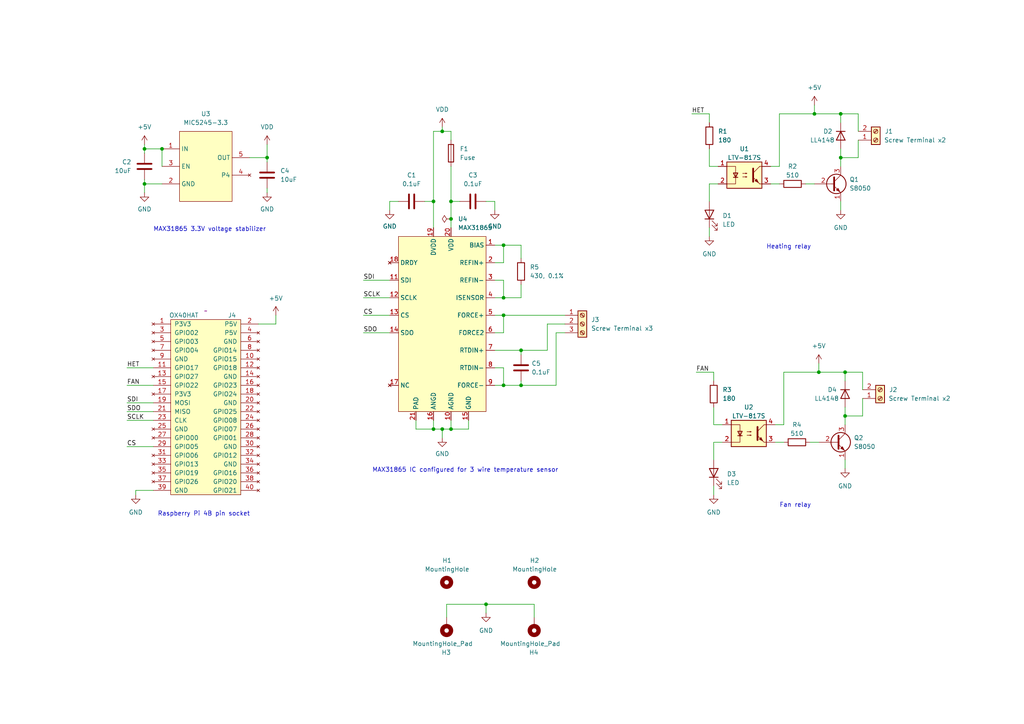
<source format=kicad_sch>
(kicad_sch (version 20211123) (generator eeschema)

  (uuid e63e39d7-6ac0-4ffd-8aa3-1841a4541b55)

  (paper "A4")

  (title_block
    (title "Raspberry Pi temperature management hat")
    (date "2022-06-14")
    (rev "V2")
  )

  (lib_symbols
    (symbol "Connector:Screw_Terminal_01x02" (pin_names (offset 1.016) hide) (in_bom yes) (on_board yes)
      (property "Reference" "J" (id 0) (at 0 2.54 0)
        (effects (font (size 1.27 1.27)))
      )
      (property "Value" "Screw_Terminal_01x02" (id 1) (at 0 -5.08 0)
        (effects (font (size 1.27 1.27)))
      )
      (property "Footprint" "" (id 2) (at 0 0 0)
        (effects (font (size 1.27 1.27)) hide)
      )
      (property "Datasheet" "~" (id 3) (at 0 0 0)
        (effects (font (size 1.27 1.27)) hide)
      )
      (property "ki_keywords" "screw terminal" (id 4) (at 0 0 0)
        (effects (font (size 1.27 1.27)) hide)
      )
      (property "ki_description" "Generic screw terminal, single row, 01x02, script generated (kicad-library-utils/schlib/autogen/connector/)" (id 5) (at 0 0 0)
        (effects (font (size 1.27 1.27)) hide)
      )
      (property "ki_fp_filters" "TerminalBlock*:*" (id 6) (at 0 0 0)
        (effects (font (size 1.27 1.27)) hide)
      )
      (symbol "Screw_Terminal_01x02_1_1"
        (rectangle (start -1.27 1.27) (end 1.27 -3.81)
          (stroke (width 0.254) (type default) (color 0 0 0 0))
          (fill (type background))
        )
        (circle (center 0 -2.54) (radius 0.635)
          (stroke (width 0.1524) (type default) (color 0 0 0 0))
          (fill (type none))
        )
        (polyline
          (pts
            (xy -0.5334 -2.2098)
            (xy 0.3302 -3.048)
          )
          (stroke (width 0.1524) (type default) (color 0 0 0 0))
          (fill (type none))
        )
        (polyline
          (pts
            (xy -0.5334 0.3302)
            (xy 0.3302 -0.508)
          )
          (stroke (width 0.1524) (type default) (color 0 0 0 0))
          (fill (type none))
        )
        (polyline
          (pts
            (xy -0.3556 -2.032)
            (xy 0.508 -2.8702)
          )
          (stroke (width 0.1524) (type default) (color 0 0 0 0))
          (fill (type none))
        )
        (polyline
          (pts
            (xy -0.3556 0.508)
            (xy 0.508 -0.3302)
          )
          (stroke (width 0.1524) (type default) (color 0 0 0 0))
          (fill (type none))
        )
        (circle (center 0 0) (radius 0.635)
          (stroke (width 0.1524) (type default) (color 0 0 0 0))
          (fill (type none))
        )
        (pin passive line (at -5.08 0 0) (length 3.81)
          (name "Pin_1" (effects (font (size 1.27 1.27))))
          (number "1" (effects (font (size 1.27 1.27))))
        )
        (pin passive line (at -5.08 -2.54 0) (length 3.81)
          (name "Pin_2" (effects (font (size 1.27 1.27))))
          (number "2" (effects (font (size 1.27 1.27))))
        )
      )
    )
    (symbol "Connector:Screw_Terminal_01x03" (pin_names (offset 1.016) hide) (in_bom yes) (on_board yes)
      (property "Reference" "J" (id 0) (at 0 5.08 0)
        (effects (font (size 1.27 1.27)))
      )
      (property "Value" "Screw_Terminal_01x03" (id 1) (at 0 -5.08 0)
        (effects (font (size 1.27 1.27)))
      )
      (property "Footprint" "" (id 2) (at 0 0 0)
        (effects (font (size 1.27 1.27)) hide)
      )
      (property "Datasheet" "~" (id 3) (at 0 0 0)
        (effects (font (size 1.27 1.27)) hide)
      )
      (property "ki_keywords" "screw terminal" (id 4) (at 0 0 0)
        (effects (font (size 1.27 1.27)) hide)
      )
      (property "ki_description" "Generic screw terminal, single row, 01x03, script generated (kicad-library-utils/schlib/autogen/connector/)" (id 5) (at 0 0 0)
        (effects (font (size 1.27 1.27)) hide)
      )
      (property "ki_fp_filters" "TerminalBlock*:*" (id 6) (at 0 0 0)
        (effects (font (size 1.27 1.27)) hide)
      )
      (symbol "Screw_Terminal_01x03_1_1"
        (rectangle (start -1.27 3.81) (end 1.27 -3.81)
          (stroke (width 0.254) (type default) (color 0 0 0 0))
          (fill (type background))
        )
        (circle (center 0 -2.54) (radius 0.635)
          (stroke (width 0.1524) (type default) (color 0 0 0 0))
          (fill (type none))
        )
        (polyline
          (pts
            (xy -0.5334 -2.2098)
            (xy 0.3302 -3.048)
          )
          (stroke (width 0.1524) (type default) (color 0 0 0 0))
          (fill (type none))
        )
        (polyline
          (pts
            (xy -0.5334 0.3302)
            (xy 0.3302 -0.508)
          )
          (stroke (width 0.1524) (type default) (color 0 0 0 0))
          (fill (type none))
        )
        (polyline
          (pts
            (xy -0.5334 2.8702)
            (xy 0.3302 2.032)
          )
          (stroke (width 0.1524) (type default) (color 0 0 0 0))
          (fill (type none))
        )
        (polyline
          (pts
            (xy -0.3556 -2.032)
            (xy 0.508 -2.8702)
          )
          (stroke (width 0.1524) (type default) (color 0 0 0 0))
          (fill (type none))
        )
        (polyline
          (pts
            (xy -0.3556 0.508)
            (xy 0.508 -0.3302)
          )
          (stroke (width 0.1524) (type default) (color 0 0 0 0))
          (fill (type none))
        )
        (polyline
          (pts
            (xy -0.3556 3.048)
            (xy 0.508 2.2098)
          )
          (stroke (width 0.1524) (type default) (color 0 0 0 0))
          (fill (type none))
        )
        (circle (center 0 0) (radius 0.635)
          (stroke (width 0.1524) (type default) (color 0 0 0 0))
          (fill (type none))
        )
        (circle (center 0 2.54) (radius 0.635)
          (stroke (width 0.1524) (type default) (color 0 0 0 0))
          (fill (type none))
        )
        (pin passive line (at -5.08 2.54 0) (length 3.81)
          (name "Pin_1" (effects (font (size 1.27 1.27))))
          (number "1" (effects (font (size 1.27 1.27))))
        )
        (pin passive line (at -5.08 0 0) (length 3.81)
          (name "Pin_2" (effects (font (size 1.27 1.27))))
          (number "2" (effects (font (size 1.27 1.27))))
        )
        (pin passive line (at -5.08 -2.54 0) (length 3.81)
          (name "Pin_3" (effects (font (size 1.27 1.27))))
          (number "3" (effects (font (size 1.27 1.27))))
        )
      )
    )
    (symbol "Device:C" (pin_numbers hide) (pin_names (offset 0.254)) (in_bom yes) (on_board yes)
      (property "Reference" "C" (id 0) (at 0.635 2.54 0)
        (effects (font (size 1.27 1.27)) (justify left))
      )
      (property "Value" "C" (id 1) (at 0.635 -2.54 0)
        (effects (font (size 1.27 1.27)) (justify left))
      )
      (property "Footprint" "" (id 2) (at 0.9652 -3.81 0)
        (effects (font (size 1.27 1.27)) hide)
      )
      (property "Datasheet" "~" (id 3) (at 0 0 0)
        (effects (font (size 1.27 1.27)) hide)
      )
      (property "ki_keywords" "cap capacitor" (id 4) (at 0 0 0)
        (effects (font (size 1.27 1.27)) hide)
      )
      (property "ki_description" "Unpolarized capacitor" (id 5) (at 0 0 0)
        (effects (font (size 1.27 1.27)) hide)
      )
      (property "ki_fp_filters" "C_*" (id 6) (at 0 0 0)
        (effects (font (size 1.27 1.27)) hide)
      )
      (symbol "C_0_1"
        (polyline
          (pts
            (xy -2.032 -0.762)
            (xy 2.032 -0.762)
          )
          (stroke (width 0.508) (type default) (color 0 0 0 0))
          (fill (type none))
        )
        (polyline
          (pts
            (xy -2.032 0.762)
            (xy 2.032 0.762)
          )
          (stroke (width 0.508) (type default) (color 0 0 0 0))
          (fill (type none))
        )
      )
      (symbol "C_1_1"
        (pin passive line (at 0 3.81 270) (length 2.794)
          (name "~" (effects (font (size 1.27 1.27))))
          (number "1" (effects (font (size 1.27 1.27))))
        )
        (pin passive line (at 0 -3.81 90) (length 2.794)
          (name "~" (effects (font (size 1.27 1.27))))
          (number "2" (effects (font (size 1.27 1.27))))
        )
      )
    )
    (symbol "Device:Fuse" (pin_numbers hide) (pin_names (offset 0)) (in_bom yes) (on_board yes)
      (property "Reference" "F" (id 0) (at 2.032 0 90)
        (effects (font (size 1.27 1.27)))
      )
      (property "Value" "Fuse" (id 1) (at -1.905 0 90)
        (effects (font (size 1.27 1.27)))
      )
      (property "Footprint" "" (id 2) (at -1.778 0 90)
        (effects (font (size 1.27 1.27)) hide)
      )
      (property "Datasheet" "~" (id 3) (at 0 0 0)
        (effects (font (size 1.27 1.27)) hide)
      )
      (property "ki_keywords" "fuse" (id 4) (at 0 0 0)
        (effects (font (size 1.27 1.27)) hide)
      )
      (property "ki_description" "Fuse" (id 5) (at 0 0 0)
        (effects (font (size 1.27 1.27)) hide)
      )
      (property "ki_fp_filters" "*Fuse*" (id 6) (at 0 0 0)
        (effects (font (size 1.27 1.27)) hide)
      )
      (symbol "Fuse_0_1"
        (rectangle (start -0.762 -2.54) (end 0.762 2.54)
          (stroke (width 0.254) (type default) (color 0 0 0 0))
          (fill (type none))
        )
        (polyline
          (pts
            (xy 0 2.54)
            (xy 0 -2.54)
          )
          (stroke (width 0) (type default) (color 0 0 0 0))
          (fill (type none))
        )
      )
      (symbol "Fuse_1_1"
        (pin passive line (at 0 3.81 270) (length 1.27)
          (name "~" (effects (font (size 1.27 1.27))))
          (number "1" (effects (font (size 1.27 1.27))))
        )
        (pin passive line (at 0 -3.81 90) (length 1.27)
          (name "~" (effects (font (size 1.27 1.27))))
          (number "2" (effects (font (size 1.27 1.27))))
        )
      )
    )
    (symbol "Device:LED" (pin_numbers hide) (pin_names (offset 1.016) hide) (in_bom yes) (on_board yes)
      (property "Reference" "D" (id 0) (at 0 2.54 0)
        (effects (font (size 1.27 1.27)))
      )
      (property "Value" "LED" (id 1) (at 0 -2.54 0)
        (effects (font (size 1.27 1.27)))
      )
      (property "Footprint" "" (id 2) (at 0 0 0)
        (effects (font (size 1.27 1.27)) hide)
      )
      (property "Datasheet" "~" (id 3) (at 0 0 0)
        (effects (font (size 1.27 1.27)) hide)
      )
      (property "ki_keywords" "LED diode" (id 4) (at 0 0 0)
        (effects (font (size 1.27 1.27)) hide)
      )
      (property "ki_description" "Light emitting diode" (id 5) (at 0 0 0)
        (effects (font (size 1.27 1.27)) hide)
      )
      (property "ki_fp_filters" "LED* LED_SMD:* LED_THT:*" (id 6) (at 0 0 0)
        (effects (font (size 1.27 1.27)) hide)
      )
      (symbol "LED_0_1"
        (polyline
          (pts
            (xy -1.27 -1.27)
            (xy -1.27 1.27)
          )
          (stroke (width 0.254) (type default) (color 0 0 0 0))
          (fill (type none))
        )
        (polyline
          (pts
            (xy -1.27 0)
            (xy 1.27 0)
          )
          (stroke (width 0) (type default) (color 0 0 0 0))
          (fill (type none))
        )
        (polyline
          (pts
            (xy 1.27 -1.27)
            (xy 1.27 1.27)
            (xy -1.27 0)
            (xy 1.27 -1.27)
          )
          (stroke (width 0.254) (type default) (color 0 0 0 0))
          (fill (type none))
        )
        (polyline
          (pts
            (xy -3.048 -0.762)
            (xy -4.572 -2.286)
            (xy -3.81 -2.286)
            (xy -4.572 -2.286)
            (xy -4.572 -1.524)
          )
          (stroke (width 0) (type default) (color 0 0 0 0))
          (fill (type none))
        )
        (polyline
          (pts
            (xy -1.778 -0.762)
            (xy -3.302 -2.286)
            (xy -2.54 -2.286)
            (xy -3.302 -2.286)
            (xy -3.302 -1.524)
          )
          (stroke (width 0) (type default) (color 0 0 0 0))
          (fill (type none))
        )
      )
      (symbol "LED_1_1"
        (pin passive line (at -3.81 0 0) (length 2.54)
          (name "K" (effects (font (size 1.27 1.27))))
          (number "1" (effects (font (size 1.27 1.27))))
        )
        (pin passive line (at 3.81 0 180) (length 2.54)
          (name "A" (effects (font (size 1.27 1.27))))
          (number "2" (effects (font (size 1.27 1.27))))
        )
      )
    )
    (symbol "Device:R" (pin_numbers hide) (pin_names (offset 0)) (in_bom yes) (on_board yes)
      (property "Reference" "R" (id 0) (at 2.032 0 90)
        (effects (font (size 1.27 1.27)))
      )
      (property "Value" "R" (id 1) (at 0 0 90)
        (effects (font (size 1.27 1.27)))
      )
      (property "Footprint" "" (id 2) (at -1.778 0 90)
        (effects (font (size 1.27 1.27)) hide)
      )
      (property "Datasheet" "~" (id 3) (at 0 0 0)
        (effects (font (size 1.27 1.27)) hide)
      )
      (property "ki_keywords" "R res resistor" (id 4) (at 0 0 0)
        (effects (font (size 1.27 1.27)) hide)
      )
      (property "ki_description" "Resistor" (id 5) (at 0 0 0)
        (effects (font (size 1.27 1.27)) hide)
      )
      (property "ki_fp_filters" "R_*" (id 6) (at 0 0 0)
        (effects (font (size 1.27 1.27)) hide)
      )
      (symbol "R_0_1"
        (rectangle (start -1.016 -2.54) (end 1.016 2.54)
          (stroke (width 0.254) (type default) (color 0 0 0 0))
          (fill (type none))
        )
      )
      (symbol "R_1_1"
        (pin passive line (at 0 3.81 270) (length 1.27)
          (name "~" (effects (font (size 1.27 1.27))))
          (number "1" (effects (font (size 1.27 1.27))))
        )
        (pin passive line (at 0 -3.81 90) (length 1.27)
          (name "~" (effects (font (size 1.27 1.27))))
          (number "2" (effects (font (size 1.27 1.27))))
        )
      )
    )
    (symbol "Diode:LL4148" (pin_numbers hide) (pin_names (offset 1.016) hide) (in_bom yes) (on_board yes)
      (property "Reference" "D" (id 0) (at 0 2.54 0)
        (effects (font (size 1.27 1.27)))
      )
      (property "Value" "LL4148" (id 1) (at 0 -2.54 0)
        (effects (font (size 1.27 1.27)))
      )
      (property "Footprint" "Diode_SMD:D_MiniMELF" (id 2) (at 0 -4.445 0)
        (effects (font (size 1.27 1.27)) hide)
      )
      (property "Datasheet" "http://www.vishay.com/docs/85557/ll4148.pdf" (id 3) (at 0 0 0)
        (effects (font (size 1.27 1.27)) hide)
      )
      (property "ki_keywords" "diode" (id 4) (at 0 0 0)
        (effects (font (size 1.27 1.27)) hide)
      )
      (property "ki_description" "100V 0.15A standard switching diode, MiniMELF" (id 5) (at 0 0 0)
        (effects (font (size 1.27 1.27)) hide)
      )
      (property "ki_fp_filters" "D*MiniMELF*" (id 6) (at 0 0 0)
        (effects (font (size 1.27 1.27)) hide)
      )
      (symbol "LL4148_0_1"
        (polyline
          (pts
            (xy -1.27 1.27)
            (xy -1.27 -1.27)
          )
          (stroke (width 0.254) (type default) (color 0 0 0 0))
          (fill (type none))
        )
        (polyline
          (pts
            (xy 1.27 0)
            (xy -1.27 0)
          )
          (stroke (width 0) (type default) (color 0 0 0 0))
          (fill (type none))
        )
        (polyline
          (pts
            (xy 1.27 1.27)
            (xy 1.27 -1.27)
            (xy -1.27 0)
            (xy 1.27 1.27)
          )
          (stroke (width 0.254) (type default) (color 0 0 0 0))
          (fill (type none))
        )
      )
      (symbol "LL4148_1_1"
        (pin passive line (at -3.81 0 0) (length 2.54)
          (name "K" (effects (font (size 1.27 1.27))))
          (number "1" (effects (font (size 1.27 1.27))))
        )
        (pin passive line (at 3.81 0 180) (length 2.54)
          (name "A" (effects (font (size 1.27 1.27))))
          (number "2" (effects (font (size 1.27 1.27))))
        )
      )
    )
    (symbol "Isolator:LTV-817S" (pin_names (offset 1.016)) (in_bom yes) (on_board yes)
      (property "Reference" "U" (id 0) (at -3.81 5.08 0)
        (effects (font (size 1.27 1.27)))
      )
      (property "Value" "LTV-817S" (id 1) (at 0 -5.08 0)
        (effects (font (size 1.27 1.27)))
      )
      (property "Footprint" "Package_DIP:SMDIP-4_W9.53mm" (id 2) (at 0 -7.62 0)
        (effects (font (size 1.27 1.27)) hide)
      )
      (property "Datasheet" "http://www.us.liteon.com/downloads/LTV-817-827-847.PDF" (id 3) (at -8.89 7.62 0)
        (effects (font (size 1.27 1.27)) hide)
      )
      (property "ki_keywords" "NPN DC Optocoupler" (id 4) (at 0 0 0)
        (effects (font (size 1.27 1.27)) hide)
      )
      (property "ki_description" "DC Optocoupler, Vce 35V, CTR 50%, SMDIP-4" (id 5) (at 0 0 0)
        (effects (font (size 1.27 1.27)) hide)
      )
      (property "ki_fp_filters" "SMDIP*W9.53mm*" (id 6) (at 0 0 0)
        (effects (font (size 1.27 1.27)) hide)
      )
      (symbol "LTV-817S_1_1"
        (rectangle (start -5.08 3.81) (end 5.08 -3.81)
          (stroke (width 0.254) (type default) (color 0 0 0 0))
          (fill (type background))
        )
        (polyline
          (pts
            (xy -3.175 -0.635)
            (xy -1.905 -0.635)
          )
          (stroke (width 0.254) (type default) (color 0 0 0 0))
          (fill (type none))
        )
        (polyline
          (pts
            (xy 2.54 0.635)
            (xy 4.445 2.54)
          )
          (stroke (width 0) (type default) (color 0 0 0 0))
          (fill (type none))
        )
        (polyline
          (pts
            (xy 4.445 -2.54)
            (xy 2.54 -0.635)
          )
          (stroke (width 0) (type default) (color 0 0 0 0))
          (fill (type outline))
        )
        (polyline
          (pts
            (xy 4.445 -2.54)
            (xy 5.08 -2.54)
          )
          (stroke (width 0) (type default) (color 0 0 0 0))
          (fill (type none))
        )
        (polyline
          (pts
            (xy 4.445 2.54)
            (xy 5.08 2.54)
          )
          (stroke (width 0) (type default) (color 0 0 0 0))
          (fill (type none))
        )
        (polyline
          (pts
            (xy -5.08 2.54)
            (xy -2.54 2.54)
            (xy -2.54 -0.762)
          )
          (stroke (width 0) (type default) (color 0 0 0 0))
          (fill (type none))
        )
        (polyline
          (pts
            (xy -2.54 -0.635)
            (xy -2.54 -2.54)
            (xy -5.08 -2.54)
          )
          (stroke (width 0) (type default) (color 0 0 0 0))
          (fill (type none))
        )
        (polyline
          (pts
            (xy 2.54 1.905)
            (xy 2.54 -1.905)
            (xy 2.54 -1.905)
          )
          (stroke (width 0.508) (type default) (color 0 0 0 0))
          (fill (type none))
        )
        (polyline
          (pts
            (xy -2.54 -0.635)
            (xy -3.175 0.635)
            (xy -1.905 0.635)
            (xy -2.54 -0.635)
          )
          (stroke (width 0.254) (type default) (color 0 0 0 0))
          (fill (type none))
        )
        (polyline
          (pts
            (xy -0.508 -0.508)
            (xy 0.762 -0.508)
            (xy 0.381 -0.635)
            (xy 0.381 -0.381)
            (xy 0.762 -0.508)
          )
          (stroke (width 0) (type default) (color 0 0 0 0))
          (fill (type none))
        )
        (polyline
          (pts
            (xy -0.508 0.508)
            (xy 0.762 0.508)
            (xy 0.381 0.381)
            (xy 0.381 0.635)
            (xy 0.762 0.508)
          )
          (stroke (width 0) (type default) (color 0 0 0 0))
          (fill (type none))
        )
        (polyline
          (pts
            (xy 3.048 -1.651)
            (xy 3.556 -1.143)
            (xy 4.064 -2.159)
            (xy 3.048 -1.651)
            (xy 3.048 -1.651)
          )
          (stroke (width 0) (type default) (color 0 0 0 0))
          (fill (type outline))
        )
        (pin passive line (at -7.62 2.54 0) (length 2.54)
          (name "~" (effects (font (size 1.27 1.27))))
          (number "1" (effects (font (size 1.27 1.27))))
        )
        (pin passive line (at -7.62 -2.54 0) (length 2.54)
          (name "~" (effects (font (size 1.27 1.27))))
          (number "2" (effects (font (size 1.27 1.27))))
        )
        (pin passive line (at 7.62 -2.54 180) (length 2.54)
          (name "~" (effects (font (size 1.27 1.27))))
          (number "3" (effects (font (size 1.27 1.27))))
        )
        (pin passive line (at 7.62 2.54 180) (length 2.54)
          (name "~" (effects (font (size 1.27 1.27))))
          (number "4" (effects (font (size 1.27 1.27))))
        )
      )
    )
    (symbol "Mechanical:MountingHole" (pin_names (offset 1.016)) (in_bom yes) (on_board yes)
      (property "Reference" "H" (id 0) (at 0 5.08 0)
        (effects (font (size 1.27 1.27)))
      )
      (property "Value" "MountingHole" (id 1) (at 0 3.175 0)
        (effects (font (size 1.27 1.27)))
      )
      (property "Footprint" "" (id 2) (at 0 0 0)
        (effects (font (size 1.27 1.27)) hide)
      )
      (property "Datasheet" "~" (id 3) (at 0 0 0)
        (effects (font (size 1.27 1.27)) hide)
      )
      (property "ki_keywords" "mounting hole" (id 4) (at 0 0 0)
        (effects (font (size 1.27 1.27)) hide)
      )
      (property "ki_description" "Mounting Hole without connection" (id 5) (at 0 0 0)
        (effects (font (size 1.27 1.27)) hide)
      )
      (property "ki_fp_filters" "MountingHole*" (id 6) (at 0 0 0)
        (effects (font (size 1.27 1.27)) hide)
      )
      (symbol "MountingHole_0_1"
        (circle (center 0 0) (radius 1.27)
          (stroke (width 1.27) (type default) (color 0 0 0 0))
          (fill (type none))
        )
      )
    )
    (symbol "Mechanical:MountingHole_Pad" (pin_numbers hide) (pin_names (offset 1.016) hide) (in_bom yes) (on_board yes)
      (property "Reference" "H" (id 0) (at 0 6.35 0)
        (effects (font (size 1.27 1.27)))
      )
      (property "Value" "MountingHole_Pad" (id 1) (at 0 4.445 0)
        (effects (font (size 1.27 1.27)))
      )
      (property "Footprint" "" (id 2) (at 0 0 0)
        (effects (font (size 1.27 1.27)) hide)
      )
      (property "Datasheet" "~" (id 3) (at 0 0 0)
        (effects (font (size 1.27 1.27)) hide)
      )
      (property "ki_keywords" "mounting hole" (id 4) (at 0 0 0)
        (effects (font (size 1.27 1.27)) hide)
      )
      (property "ki_description" "Mounting Hole with connection" (id 5) (at 0 0 0)
        (effects (font (size 1.27 1.27)) hide)
      )
      (property "ki_fp_filters" "MountingHole*Pad*" (id 6) (at 0 0 0)
        (effects (font (size 1.27 1.27)) hide)
      )
      (symbol "MountingHole_Pad_0_1"
        (circle (center 0 1.27) (radius 1.27)
          (stroke (width 1.27) (type default) (color 0 0 0 0))
          (fill (type none))
        )
      )
      (symbol "MountingHole_Pad_1_1"
        (pin input line (at 0 -2.54 90) (length 2.54)
          (name "1" (effects (font (size 1.27 1.27))))
          (number "1" (effects (font (size 1.27 1.27))))
        )
      )
    )
    (symbol "Raspberry Pi temperature management hat:MAX31865" (in_bom yes) (on_board yes)
      (property "Reference" "U2" (id 0) (at 8.89 26.67 0)
        (effects (font (size 1.27 1.27)) (justify left))
      )
      (property "Value" "MAX31865" (id 1) (at 0 -5.08 90)
        (effects (font (size 1.27 1.27)) (justify left))
      )
      (property "Footprint" "Package_DFN_QFN:TQFN-20-1EP_5x5mm_P0.65mm_EP3.1x3.1mm" (id 2) (at 0 -40.64 0)
        (effects (font (size 1.27 1.27)) hide)
      )
      (property "Datasheet" "https://www.mouser.pl/datasheet/2/256/MAX31865-218546.pdf" (id 3) (at -1.27 -3.175 0)
        (effects (font (size 1.27 1.27)) hide)
      )
      (symbol "MAX31865_0_1"
        (rectangle (start -12.7 25.4) (end 12.7 -25.4)
          (stroke (width 0) (type default) (color 0 0 0 0))
          (fill (type background))
        )
      )
      (symbol "MAX31865_1_1"
        (pin output line (at 15.24 22.86 180) (length 2.54)
          (name "BIAS" (effects (font (size 1.27 1.27))))
          (number "1" (effects (font (size 1.27 1.27))))
        )
        (pin power_in line (at 2.54 -27.94 90) (length 2.54)
          (name "AGND" (effects (font (size 1.27 1.27))))
          (number "10" (effects (font (size 1.27 1.27))))
        )
        (pin input line (at -15.24 12.7 0) (length 2.54)
          (name "SDI" (effects (font (size 1.27 1.27))))
          (number "11" (effects (font (size 1.27 1.27))))
        )
        (pin input line (at -15.24 7.62 0) (length 2.54)
          (name "SCLK" (effects (font (size 1.27 1.27))))
          (number "12" (effects (font (size 1.27 1.27))))
        )
        (pin input line (at -15.24 2.54 0) (length 2.54)
          (name "CS" (effects (font (size 1.27 1.27))))
          (number "13" (effects (font (size 1.27 1.27))))
        )
        (pin output line (at -15.24 -2.54 0) (length 2.54)
          (name "SDO" (effects (font (size 1.27 1.27))))
          (number "14" (effects (font (size 1.27 1.27))))
        )
        (pin power_in line (at 7.62 -27.94 90) (length 2.54)
          (name "GND" (effects (font (size 1.27 1.27))))
          (number "15" (effects (font (size 1.27 1.27))))
        )
        (pin power_in line (at -2.54 -27.94 90) (length 2.54)
          (name "ANGD" (effects (font (size 1.27 1.27))))
          (number "16" (effects (font (size 1.27 1.27))))
        )
        (pin no_connect line (at -15.24 -17.78 0) (length 2.54)
          (name "NC" (effects (font (size 1.27 1.27))))
          (number "17" (effects (font (size 1.27 1.27))))
        )
        (pin no_connect line (at -15.24 17.78 0) (length 2.54)
          (name "DRDY" (effects (font (size 1.27 1.27))))
          (number "18" (effects (font (size 1.27 1.27))))
        )
        (pin power_in line (at -2.54 27.94 270) (length 2.54)
          (name "DVDD" (effects (font (size 1.27 1.27))))
          (number "19" (effects (font (size 1.27 1.27))))
        )
        (pin input line (at 15.24 17.78 180) (length 2.54)
          (name "REFIN+" (effects (font (size 1.27 1.27))))
          (number "2" (effects (font (size 1.27 1.27))))
        )
        (pin power_in line (at 2.54 27.94 270) (length 2.54)
          (name "VDD" (effects (font (size 1.27 1.27))))
          (number "20" (effects (font (size 1.27 1.27))))
        )
        (pin power_in line (at -7.62 -27.94 90) (length 2.54)
          (name "PAD" (effects (font (size 1.27 1.27))))
          (number "21" (effects (font (size 1.27 1.27))))
        )
        (pin input line (at 15.24 12.7 180) (length 2.54)
          (name "REFIN-" (effects (font (size 1.27 1.27))))
          (number "3" (effects (font (size 1.27 1.27))))
        )
        (pin input line (at 15.24 7.62 180) (length 2.54)
          (name "ISENSOR" (effects (font (size 1.27 1.27))))
          (number "4" (effects (font (size 1.27 1.27))))
        )
        (pin input line (at 15.24 2.54 180) (length 2.54)
          (name "FORCE+" (effects (font (size 1.27 1.27))))
          (number "5" (effects (font (size 1.27 1.27))))
        )
        (pin input line (at 15.24 -2.54 180) (length 2.54)
          (name "FORCE2" (effects (font (size 1.27 1.27))))
          (number "6" (effects (font (size 1.27 1.27))))
        )
        (pin input line (at 15.24 -7.62 180) (length 2.54)
          (name "RTDIN+" (effects (font (size 1.27 1.27))))
          (number "7" (effects (font (size 1.27 1.27))))
        )
        (pin input line (at 15.24 -12.7 180) (length 2.54)
          (name "RTDIN-" (effects (font (size 1.27 1.27))))
          (number "8" (effects (font (size 1.27 1.27))))
        )
        (pin input line (at 15.24 -17.78 180) (length 2.54)
          (name "FORCE-" (effects (font (size 1.27 1.27))))
          (number "9" (effects (font (size 1.27 1.27))))
        )
      )
    )
    (symbol "Raspberry Pi temperature management hat:MIC5225-3.3" (in_bom yes) (on_board yes)
      (property "Reference" "U?" (id 0) (at 0 13.335 0)
        (effects (font (size 1.27 1.27)))
      )
      (property "Value" "MIC5225-3.3" (id 1) (at 0 11.43 0)
        (effects (font (size 1.27 1.27)))
      )
      (property "Footprint" "" (id 2) (at 0 0 0)
        (effects (font (size 1.27 1.27)) hide)
      )
      (property "Datasheet" "" (id 3) (at 0 0 0)
        (effects (font (size 1.27 1.27)) hide)
      )
      (symbol "MIC5225-3.3_0_1"
        (rectangle (start -7.62 10.16) (end 7.62 -10.16)
          (stroke (width 0) (type default) (color 0 0 0 0))
          (fill (type background))
        )
      )
      (symbol "MIC5225-3.3_1_1"
        (pin power_in line (at -12.7 5.08 0) (length 5.08)
          (name "IN" (effects (font (size 1.27 1.27))))
          (number "1" (effects (font (size 1.27 1.27))))
        )
        (pin power_in line (at -12.7 -5.08 0) (length 5.08)
          (name "GND" (effects (font (size 1.27 1.27))))
          (number "2" (effects (font (size 1.27 1.27))))
        )
        (pin input line (at -12.7 0 0) (length 5.08)
          (name "EN" (effects (font (size 1.27 1.27))))
          (number "3" (effects (font (size 1.27 1.27))))
        )
        (pin no_connect line (at 12.7 -2.54 180) (length 5.08)
          (name "P4" (effects (font (size 1.27 1.27))))
          (number "4" (effects (font (size 1.27 1.27))))
        )
        (pin power_out line (at 12.7 2.54 180) (length 5.08)
          (name "OUT" (effects (font (size 1.27 1.27))))
          (number "5" (effects (font (size 1.27 1.27))))
        )
      )
    )
    (symbol "Raspberry Pi temperature management hat:OX40HAT" (pin_names (offset 1.016)) (in_bom yes) (on_board yes)
      (property "Reference" "J3" (id 0) (at 8.89 2.54 0)
        (effects (font (size 1.27 1.27)))
      )
      (property "Value" "OX40HAT" (id 1) (at -7.62 2.54 0)
        (effects (font (size 1.27 1.27)))
      )
      (property "Footprint" "Connector_PinSocket_2.54mm:PinSocket_2x20_P2.54mm_Vertical" (id 2) (at 0 5.08 0)
        (effects (font (size 1.27 1.27)) hide)
      )
      (property "Datasheet" "~" (id 3) (at -17.78 0 0)
        (effects (font (size 1.27 1.27)))
      )
      (symbol "OX40HAT_0_1"
        (rectangle (start -10.16 1.27) (end 10.16 -49.53)
          (stroke (width 0) (type default) (color 0 0 0 0))
          (fill (type background))
        )
      )
      (symbol "OX40HAT_1_1"
        (pin no_connect line (at -15.24 0 0) (length 5.08)
          (name "P3V3" (effects (font (size 1.27 1.27))))
          (number "1" (effects (font (size 1.27 1.27))))
        )
        (pin no_connect line (at 15.24 -10.16 180) (length 5.08)
          (name "GPIO15" (effects (font (size 1.27 1.27))))
          (number "10" (effects (font (size 1.27 1.27))))
        )
        (pin output line (at -15.24 -12.7 0) (length 5.08)
          (name "GPIO17" (effects (font (size 1.27 1.27))))
          (number "11" (effects (font (size 1.27 1.27))))
        )
        (pin no_connect line (at 15.24 -12.7 180) (length 5.08)
          (name "GPIO18" (effects (font (size 1.27 1.27))))
          (number "12" (effects (font (size 1.27 1.27))))
        )
        (pin no_connect line (at -15.24 -15.24 0) (length 5.08)
          (name "GPIO27" (effects (font (size 1.27 1.27))))
          (number "13" (effects (font (size 1.27 1.27))))
        )
        (pin no_connect line (at 15.24 -15.24 180) (length 5.08)
          (name "GND" (effects (font (size 1.27 1.27))))
          (number "14" (effects (font (size 1.27 1.27))))
        )
        (pin output line (at -15.24 -17.78 0) (length 5.08)
          (name "GPIO22" (effects (font (size 1.27 1.27))))
          (number "15" (effects (font (size 1.27 1.27))))
        )
        (pin no_connect line (at 15.24 -17.78 180) (length 5.08)
          (name "GPIO23" (effects (font (size 1.27 1.27))))
          (number "16" (effects (font (size 1.27 1.27))))
        )
        (pin no_connect line (at -15.24 -20.32 0) (length 5.08)
          (name "P3V3" (effects (font (size 1.27 1.27))))
          (number "17" (effects (font (size 1.27 1.27))))
        )
        (pin no_connect line (at 15.24 -20.32 180) (length 5.08)
          (name "GPIO24" (effects (font (size 1.27 1.27))))
          (number "18" (effects (font (size 1.27 1.27))))
        )
        (pin output line (at -15.24 -22.86 0) (length 5.08)
          (name "MOSI" (effects (font (size 1.27 1.27))))
          (number "19" (effects (font (size 1.27 1.27))))
        )
        (pin power_out line (at 15.24 0 180) (length 5.08)
          (name "P5V" (effects (font (size 1.27 1.27))))
          (number "2" (effects (font (size 1.27 1.27))))
        )
        (pin no_connect line (at 15.24 -22.86 180) (length 5.08)
          (name "GND" (effects (font (size 1.27 1.27))))
          (number "20" (effects (font (size 1.27 1.27))))
        )
        (pin input line (at -15.24 -25.4 0) (length 5.08)
          (name "MISO" (effects (font (size 1.27 1.27))))
          (number "21" (effects (font (size 1.27 1.27))))
        )
        (pin no_connect line (at 15.24 -25.4 180) (length 5.08)
          (name "GPIO25" (effects (font (size 1.27 1.27))))
          (number "22" (effects (font (size 1.27 1.27))))
        )
        (pin output line (at -15.24 -27.94 0) (length 5.08)
          (name "CLK" (effects (font (size 1.27 1.27))))
          (number "23" (effects (font (size 1.27 1.27))))
        )
        (pin no_connect line (at 15.24 -27.94 180) (length 5.08)
          (name "GPIO08" (effects (font (size 1.27 1.27))))
          (number "24" (effects (font (size 1.27 1.27))))
        )
        (pin no_connect line (at -15.24 -30.48 0) (length 5.08)
          (name "GND" (effects (font (size 1.27 1.27))))
          (number "25" (effects (font (size 1.27 1.27))))
        )
        (pin no_connect line (at 15.24 -30.48 180) (length 5.08)
          (name "GPIO07" (effects (font (size 1.27 1.27))))
          (number "26" (effects (font (size 1.27 1.27))))
        )
        (pin no_connect line (at -15.24 -33.02 0) (length 5.08)
          (name "GPIO00" (effects (font (size 1.27 1.27))))
          (number "27" (effects (font (size 1.27 1.27))))
        )
        (pin no_connect line (at 15.24 -33.02 180) (length 5.08)
          (name "GPIO01" (effects (font (size 1.27 1.27))))
          (number "28" (effects (font (size 1.27 1.27))))
        )
        (pin output line (at -15.24 -35.56 0) (length 5.08)
          (name "GPIO05" (effects (font (size 1.27 1.27))))
          (number "29" (effects (font (size 1.27 1.27))))
        )
        (pin no_connect line (at -15.24 -2.54 0) (length 5.08)
          (name "GPIO02" (effects (font (size 1.27 1.27))))
          (number "3" (effects (font (size 1.27 1.27))))
        )
        (pin no_connect line (at 15.24 -35.56 180) (length 5.08)
          (name "GND" (effects (font (size 1.27 1.27))))
          (number "30" (effects (font (size 1.27 1.27))))
        )
        (pin no_connect line (at -15.24 -38.1 0) (length 5.08)
          (name "GPIO06" (effects (font (size 1.27 1.27))))
          (number "31" (effects (font (size 1.27 1.27))))
        )
        (pin no_connect line (at 15.24 -38.1 180) (length 5.08)
          (name "GPIO12" (effects (font (size 1.27 1.27))))
          (number "32" (effects (font (size 1.27 1.27))))
        )
        (pin no_connect line (at -15.24 -40.64 0) (length 5.08)
          (name "GPIO13" (effects (font (size 1.27 1.27))))
          (number "33" (effects (font (size 1.27 1.27))))
        )
        (pin no_connect line (at 15.24 -40.64 180) (length 5.08)
          (name "GND" (effects (font (size 1.27 1.27))))
          (number "34" (effects (font (size 1.27 1.27))))
        )
        (pin no_connect line (at -15.24 -43.18 0) (length 5.08)
          (name "GPIO19" (effects (font (size 1.27 1.27))))
          (number "35" (effects (font (size 1.27 1.27))))
        )
        (pin no_connect line (at 15.24 -43.18 180) (length 5.08)
          (name "GPIO16" (effects (font (size 1.27 1.27))))
          (number "36" (effects (font (size 1.27 1.27))))
        )
        (pin no_connect line (at -15.24 -45.72 0) (length 5.08)
          (name "GPIO26" (effects (font (size 1.27 1.27))))
          (number "37" (effects (font (size 1.27 1.27))))
        )
        (pin no_connect line (at 15.24 -45.72 180) (length 5.08)
          (name "GPIO20" (effects (font (size 1.27 1.27))))
          (number "38" (effects (font (size 1.27 1.27))))
        )
        (pin power_out line (at -15.24 -48.26 0) (length 5.08)
          (name "GND" (effects (font (size 1.27 1.27))))
          (number "39" (effects (font (size 1.27 1.27))))
        )
        (pin no_connect line (at 15.24 -2.54 180) (length 5.08)
          (name "P5V" (effects (font (size 1.27 1.27))))
          (number "4" (effects (font (size 1.27 1.27))))
        )
        (pin no_connect line (at 15.24 -48.26 180) (length 5.08)
          (name "GPIO21" (effects (font (size 1.27 1.27))))
          (number "40" (effects (font (size 1.27 1.27))))
        )
        (pin no_connect line (at -15.24 -5.08 0) (length 5.08)
          (name "GPIO03" (effects (font (size 1.27 1.27))))
          (number "5" (effects (font (size 1.27 1.27))))
        )
        (pin no_connect line (at 15.24 -5.08 180) (length 5.08)
          (name "GND" (effects (font (size 1.27 1.27))))
          (number "6" (effects (font (size 1.27 1.27))))
        )
        (pin no_connect line (at -15.24 -7.62 0) (length 5.08)
          (name "GPIO04" (effects (font (size 1.27 1.27))))
          (number "7" (effects (font (size 1.27 1.27))))
        )
        (pin no_connect line (at 15.24 -7.62 180) (length 5.08)
          (name "GPIO14" (effects (font (size 1.27 1.27))))
          (number "8" (effects (font (size 1.27 1.27))))
        )
        (pin no_connect line (at -15.24 -10.16 0) (length 5.08)
          (name "GND" (effects (font (size 1.27 1.27))))
          (number "9" (effects (font (size 1.27 1.27))))
        )
      )
    )
    (symbol "Transistor_BJT:S8050" (pin_names (offset 0) hide) (in_bom yes) (on_board yes)
      (property "Reference" "Q" (id 0) (at 5.08 1.905 0)
        (effects (font (size 1.27 1.27)) (justify left))
      )
      (property "Value" "S8050" (id 1) (at 5.08 0 0)
        (effects (font (size 1.27 1.27)) (justify left))
      )
      (property "Footprint" "Package_TO_SOT_THT:TO-92_Inline" (id 2) (at 5.08 -1.905 0)
        (effects (font (size 1.27 1.27) italic) (justify left) hide)
      )
      (property "Datasheet" "http://www.unisonic.com.tw/datasheet/S8050.pdf" (id 3) (at 0 0 0)
        (effects (font (size 1.27 1.27)) (justify left) hide)
      )
      (property "ki_keywords" "S8050 NPN Low Voltage High Current Transistor" (id 4) (at 0 0 0)
        (effects (font (size 1.27 1.27)) hide)
      )
      (property "ki_description" "0.7A Ic, 20V Vce, Low Voltage High Current NPN Transistor, TO-92" (id 5) (at 0 0 0)
        (effects (font (size 1.27 1.27)) hide)
      )
      (property "ki_fp_filters" "TO?92*" (id 6) (at 0 0 0)
        (effects (font (size 1.27 1.27)) hide)
      )
      (symbol "S8050_0_1"
        (polyline
          (pts
            (xy 0 0)
            (xy 0.635 0)
          )
          (stroke (width 0) (type default) (color 0 0 0 0))
          (fill (type none))
        )
        (polyline
          (pts
            (xy 0.635 0.635)
            (xy 2.54 2.54)
          )
          (stroke (width 0) (type default) (color 0 0 0 0))
          (fill (type none))
        )
        (polyline
          (pts
            (xy 0.635 -0.635)
            (xy 2.54 -2.54)
            (xy 2.54 -2.54)
          )
          (stroke (width 0) (type default) (color 0 0 0 0))
          (fill (type none))
        )
        (polyline
          (pts
            (xy 0.635 1.905)
            (xy 0.635 -1.905)
            (xy 0.635 -1.905)
          )
          (stroke (width 0.508) (type default) (color 0 0 0 0))
          (fill (type none))
        )
        (polyline
          (pts
            (xy 1.27 -1.778)
            (xy 1.778 -1.27)
            (xy 2.286 -2.286)
            (xy 1.27 -1.778)
            (xy 1.27 -1.778)
          )
          (stroke (width 0) (type default) (color 0 0 0 0))
          (fill (type outline))
        )
        (circle (center 1.27 0) (radius 2.8194)
          (stroke (width 0.254) (type default) (color 0 0 0 0))
          (fill (type none))
        )
      )
      (symbol "S8050_1_1"
        (pin passive line (at 2.54 -5.08 90) (length 2.54)
          (name "E" (effects (font (size 1.27 1.27))))
          (number "1" (effects (font (size 1.27 1.27))))
        )
        (pin input line (at -5.08 0 0) (length 5.08)
          (name "B" (effects (font (size 1.27 1.27))))
          (number "2" (effects (font (size 1.27 1.27))))
        )
        (pin passive line (at 2.54 5.08 270) (length 2.54)
          (name "C" (effects (font (size 1.27 1.27))))
          (number "3" (effects (font (size 1.27 1.27))))
        )
      )
    )
    (symbol "power:+5V" (power) (pin_names (offset 0)) (in_bom yes) (on_board yes)
      (property "Reference" "#PWR" (id 0) (at 0 -3.81 0)
        (effects (font (size 1.27 1.27)) hide)
      )
      (property "Value" "+5V" (id 1) (at 0 3.556 0)
        (effects (font (size 1.27 1.27)))
      )
      (property "Footprint" "" (id 2) (at 0 0 0)
        (effects (font (size 1.27 1.27)) hide)
      )
      (property "Datasheet" "" (id 3) (at 0 0 0)
        (effects (font (size 1.27 1.27)) hide)
      )
      (property "ki_keywords" "power-flag" (id 4) (at 0 0 0)
        (effects (font (size 1.27 1.27)) hide)
      )
      (property "ki_description" "Power symbol creates a global label with name \"+5V\"" (id 5) (at 0 0 0)
        (effects (font (size 1.27 1.27)) hide)
      )
      (symbol "+5V_0_1"
        (polyline
          (pts
            (xy -0.762 1.27)
            (xy 0 2.54)
          )
          (stroke (width 0) (type default) (color 0 0 0 0))
          (fill (type none))
        )
        (polyline
          (pts
            (xy 0 0)
            (xy 0 2.54)
          )
          (stroke (width 0) (type default) (color 0 0 0 0))
          (fill (type none))
        )
        (polyline
          (pts
            (xy 0 2.54)
            (xy 0.762 1.27)
          )
          (stroke (width 0) (type default) (color 0 0 0 0))
          (fill (type none))
        )
      )
      (symbol "+5V_1_1"
        (pin power_in line (at 0 0 90) (length 0) hide
          (name "+5V" (effects (font (size 1.27 1.27))))
          (number "1" (effects (font (size 1.27 1.27))))
        )
      )
    )
    (symbol "power:GND" (power) (pin_names (offset 0)) (in_bom yes) (on_board yes)
      (property "Reference" "#PWR" (id 0) (at 0 -6.35 0)
        (effects (font (size 1.27 1.27)) hide)
      )
      (property "Value" "GND" (id 1) (at 0 -3.81 0)
        (effects (font (size 1.27 1.27)))
      )
      (property "Footprint" "" (id 2) (at 0 0 0)
        (effects (font (size 1.27 1.27)) hide)
      )
      (property "Datasheet" "" (id 3) (at 0 0 0)
        (effects (font (size 1.27 1.27)) hide)
      )
      (property "ki_keywords" "power-flag" (id 4) (at 0 0 0)
        (effects (font (size 1.27 1.27)) hide)
      )
      (property "ki_description" "Power symbol creates a global label with name \"GND\" , ground" (id 5) (at 0 0 0)
        (effects (font (size 1.27 1.27)) hide)
      )
      (symbol "GND_0_1"
        (polyline
          (pts
            (xy 0 0)
            (xy 0 -1.27)
            (xy 1.27 -1.27)
            (xy 0 -2.54)
            (xy -1.27 -1.27)
            (xy 0 -1.27)
          )
          (stroke (width 0) (type default) (color 0 0 0 0))
          (fill (type none))
        )
      )
      (symbol "GND_1_1"
        (pin power_in line (at 0 0 270) (length 0) hide
          (name "GND" (effects (font (size 1.27 1.27))))
          (number "1" (effects (font (size 1.27 1.27))))
        )
      )
    )
    (symbol "power:PWR_FLAG" (power) (pin_numbers hide) (pin_names (offset 0) hide) (in_bom yes) (on_board yes)
      (property "Reference" "#FLG" (id 0) (at 0 1.905 0)
        (effects (font (size 1.27 1.27)) hide)
      )
      (property "Value" "PWR_FLAG" (id 1) (at 0 3.81 0)
        (effects (font (size 1.27 1.27)))
      )
      (property "Footprint" "" (id 2) (at 0 0 0)
        (effects (font (size 1.27 1.27)) hide)
      )
      (property "Datasheet" "~" (id 3) (at 0 0 0)
        (effects (font (size 1.27 1.27)) hide)
      )
      (property "ki_keywords" "power-flag" (id 4) (at 0 0 0)
        (effects (font (size 1.27 1.27)) hide)
      )
      (property "ki_description" "Special symbol for telling ERC where power comes from" (id 5) (at 0 0 0)
        (effects (font (size 1.27 1.27)) hide)
      )
      (symbol "PWR_FLAG_0_0"
        (pin power_out line (at 0 0 90) (length 0)
          (name "pwr" (effects (font (size 1.27 1.27))))
          (number "1" (effects (font (size 1.27 1.27))))
        )
      )
      (symbol "PWR_FLAG_0_1"
        (polyline
          (pts
            (xy 0 0)
            (xy 0 1.27)
            (xy -1.016 1.905)
            (xy 0 2.54)
            (xy 1.016 1.905)
            (xy 0 1.27)
          )
          (stroke (width 0) (type default) (color 0 0 0 0))
          (fill (type none))
        )
      )
    )
    (symbol "power:VDD" (power) (pin_names (offset 0)) (in_bom yes) (on_board yes)
      (property "Reference" "#PWR" (id 0) (at 0 -3.81 0)
        (effects (font (size 1.27 1.27)) hide)
      )
      (property "Value" "VDD" (id 1) (at 0 3.81 0)
        (effects (font (size 1.27 1.27)))
      )
      (property "Footprint" "" (id 2) (at 0 0 0)
        (effects (font (size 1.27 1.27)) hide)
      )
      (property "Datasheet" "" (id 3) (at 0 0 0)
        (effects (font (size 1.27 1.27)) hide)
      )
      (property "ki_keywords" "power-flag" (id 4) (at 0 0 0)
        (effects (font (size 1.27 1.27)) hide)
      )
      (property "ki_description" "Power symbol creates a global label with name \"VDD\"" (id 5) (at 0 0 0)
        (effects (font (size 1.27 1.27)) hide)
      )
      (symbol "VDD_0_1"
        (polyline
          (pts
            (xy -0.762 1.27)
            (xy 0 2.54)
          )
          (stroke (width 0) (type default) (color 0 0 0 0))
          (fill (type none))
        )
        (polyline
          (pts
            (xy 0 0)
            (xy 0 2.54)
          )
          (stroke (width 0) (type default) (color 0 0 0 0))
          (fill (type none))
        )
        (polyline
          (pts
            (xy 0 2.54)
            (xy 0.762 1.27)
          )
          (stroke (width 0) (type default) (color 0 0 0 0))
          (fill (type none))
        )
      )
      (symbol "VDD_1_1"
        (pin power_in line (at 0 0 90) (length 0) hide
          (name "VDD" (effects (font (size 1.27 1.27))))
          (number "1" (effects (font (size 1.27 1.27))))
        )
      )
    )
  )

  (junction (at 130.81 63.5) (diameter 0) (color 0 0 0 0)
    (uuid 0b27080a-2cbe-4521-a1c4-a5380d18301d)
  )
  (junction (at 146.05 86.36) (diameter 0) (color 0 0 0 0)
    (uuid 0e0ccfeb-4d0d-4d2b-854b-b073a6b37b8a)
  )
  (junction (at 130.81 124.46) (diameter 0) (color 0 0 0 0)
    (uuid 119cfa7f-f7e8-4bc3-b1ef-b6d124bd5b74)
  )
  (junction (at 41.91 53.34) (diameter 0) (color 0 0 0 0)
    (uuid 264a73b0-57b7-4efe-a8ce-17d89b6b0a62)
  )
  (junction (at 146.05 91.44) (diameter 0) (color 0 0 0 0)
    (uuid 35881c94-4048-47c6-9362-1dca82a1b1ee)
  )
  (junction (at 236.22 33.02) (diameter 0) (color 0 0 0 0)
    (uuid 37bc7e36-2c31-4393-ab90-6d37cb9b2d97)
  )
  (junction (at 130.81 58.42) (diameter 0) (color 0 0 0 0)
    (uuid 453f03ae-d49a-44a5-b057-ac289f869b11)
  )
  (junction (at 146.05 71.12) (diameter 0) (color 0 0 0 0)
    (uuid 4c7c427e-63a5-4422-ae87-d5449bfc4375)
  )
  (junction (at 243.84 45.72) (diameter 0) (color 0 0 0 0)
    (uuid 536a26c8-cd6f-4d96-a5cd-da16939fac71)
  )
  (junction (at 77.47 45.72) (diameter 0) (color 0 0 0 0)
    (uuid 557ccec4-1194-4a55-8dc8-0542eb2a7846)
  )
  (junction (at 128.27 124.46) (diameter 0) (color 0 0 0 0)
    (uuid 653236fc-84c7-41db-9221-0a9dabf33eb8)
  )
  (junction (at 151.13 111.76) (diameter 0) (color 0 0 0 0)
    (uuid 6a381b53-8b87-4d7d-92ed-e52fb6a1d910)
  )
  (junction (at 243.84 33.02) (diameter 0) (color 0 0 0 0)
    (uuid 6a9d2df7-c887-4957-adcb-d16cf90722d4)
  )
  (junction (at 128.27 38.1) (diameter 0) (color 0 0 0 0)
    (uuid 75a10b89-ba7d-400b-92ed-36bbdc884f83)
  )
  (junction (at 245.11 120.65) (diameter 0) (color 0 0 0 0)
    (uuid 78390e5d-285f-450d-b452-56b6be5d8773)
  )
  (junction (at 125.73 124.46) (diameter 0) (color 0 0 0 0)
    (uuid a13e58e7-b8a3-4cc0-902c-d19a1e2568b1)
  )
  (junction (at 41.91 43.18) (diameter 0) (color 0 0 0 0)
    (uuid ad068850-d331-4cc3-a6b6-eaf1f36e6069)
  )
  (junction (at 245.11 107.95) (diameter 0) (color 0 0 0 0)
    (uuid c21ac2fa-80e1-4f1d-9e2d-c4d27cb85e35)
  )
  (junction (at 237.49 107.95) (diameter 0) (color 0 0 0 0)
    (uuid d377b1f0-8deb-4f78-9c4b-4160a7c23b14)
  )
  (junction (at 151.13 101.6) (diameter 0) (color 0 0 0 0)
    (uuid d5fce15c-6245-44ae-b6f9-d626d9d6f37f)
  )
  (junction (at 125.73 58.42) (diameter 0) (color 0 0 0 0)
    (uuid e2dcf0f7-d940-4cc1-b60f-9d2b1665c315)
  )
  (junction (at 146.05 111.76) (diameter 0) (color 0 0 0 0)
    (uuid e35efc5d-d898-49e6-a6d8-c86a4bb702c6)
  )
  (junction (at 46.99 43.18) (diameter 0) (color 0 0 0 0)
    (uuid ec204da8-ee63-4bbe-acf5-3015265f195b)
  )
  (junction (at 140.97 175.26) (diameter 0) (color 0 0 0 0)
    (uuid f93c71f2-b1ba-4d62-b02e-e7c3900dd336)
  )

  (wire (pts (xy 143.51 86.36) (xy 146.05 86.36))
    (stroke (width 0) (type default) (color 0 0 0 0))
    (uuid 045a8105-d41e-4671-bda2-fd1c0a529287)
  )
  (wire (pts (xy 80.01 91.44) (xy 80.01 93.98))
    (stroke (width 0) (type default) (color 0 0 0 0))
    (uuid 099bd805-ace9-4d89-91b3-1d281d85c850)
  )
  (wire (pts (xy 146.05 111.76) (xy 151.13 111.76))
    (stroke (width 0) (type default) (color 0 0 0 0))
    (uuid 0b70b6ea-618b-4e46-802c-70118e2b4f0a)
  )
  (wire (pts (xy 143.51 71.12) (xy 146.05 71.12))
    (stroke (width 0) (type default) (color 0 0 0 0))
    (uuid 0eb4e1a7-962c-4845-88d1-d7ee05ca6b49)
  )
  (wire (pts (xy 143.51 58.42) (xy 143.51 60.96))
    (stroke (width 0) (type default) (color 0 0 0 0))
    (uuid 0f57e3e7-6247-4143-a41e-6e2050482764)
  )
  (wire (pts (xy 154.94 175.26) (xy 140.97 175.26))
    (stroke (width 0) (type default) (color 0 0 0 0))
    (uuid 12640f14-ebe0-4b8a-a2ff-fb7047258db3)
  )
  (wire (pts (xy 143.51 111.76) (xy 146.05 111.76))
    (stroke (width 0) (type default) (color 0 0 0 0))
    (uuid 12a68828-1156-4307-9653-efd81410e419)
  )
  (wire (pts (xy 143.51 76.2) (xy 146.05 76.2))
    (stroke (width 0) (type default) (color 0 0 0 0))
    (uuid 1bb511af-060a-4aaf-b5a5-3013e5f3844b)
  )
  (wire (pts (xy 233.68 53.34) (xy 236.22 53.34))
    (stroke (width 0) (type default) (color 0 0 0 0))
    (uuid 20ac5c18-c267-49d5-b26d-66015587c784)
  )
  (wire (pts (xy 130.81 124.46) (xy 135.89 124.46))
    (stroke (width 0) (type default) (color 0 0 0 0))
    (uuid 20c239c6-82f8-4a3a-bfde-00135de5b5ad)
  )
  (wire (pts (xy 77.47 41.91) (xy 77.47 45.72))
    (stroke (width 0) (type default) (color 0 0 0 0))
    (uuid 211b53d4-14cd-427a-8672-67e33065da4a)
  )
  (wire (pts (xy 128.27 38.1) (xy 130.81 38.1))
    (stroke (width 0) (type default) (color 0 0 0 0))
    (uuid 22fe1849-667b-42b4-b57d-b76dd31273f4)
  )
  (wire (pts (xy 125.73 121.92) (xy 125.73 124.46))
    (stroke (width 0) (type default) (color 0 0 0 0))
    (uuid 23008de5-4da0-444a-9868-c3e3678f7b1e)
  )
  (wire (pts (xy 226.06 33.02) (xy 236.22 33.02))
    (stroke (width 0) (type default) (color 0 0 0 0))
    (uuid 233be75f-73b3-47e3-86d1-845f2f10765f)
  )
  (wire (pts (xy 158.75 101.6) (xy 158.75 93.98))
    (stroke (width 0) (type default) (color 0 0 0 0))
    (uuid 2836c5f0-b387-4ca1-a204-d435d7725aa7)
  )
  (wire (pts (xy 115.57 58.42) (xy 113.03 58.42))
    (stroke (width 0) (type default) (color 0 0 0 0))
    (uuid 2877f911-300f-4219-9844-d1b8ebac2ed7)
  )
  (wire (pts (xy 146.05 91.44) (xy 163.83 91.44))
    (stroke (width 0) (type default) (color 0 0 0 0))
    (uuid 2b1c256b-d440-4f14-ab5d-85de7f215831)
  )
  (wire (pts (xy 143.51 106.68) (xy 146.05 106.68))
    (stroke (width 0) (type default) (color 0 0 0 0))
    (uuid 300a6d9b-84eb-4a91-9a73-5c04fa687dfb)
  )
  (wire (pts (xy 135.89 121.92) (xy 135.89 124.46))
    (stroke (width 0) (type default) (color 0 0 0 0))
    (uuid 3731a745-ca54-4a0a-b82c-8bb8093a0b4b)
  )
  (wire (pts (xy 227.33 123.19) (xy 224.79 123.19))
    (stroke (width 0) (type default) (color 0 0 0 0))
    (uuid 396c0843-1e79-4512-bda3-138f7aefdcef)
  )
  (wire (pts (xy 207.01 110.49) (xy 207.01 107.95))
    (stroke (width 0) (type default) (color 0 0 0 0))
    (uuid 3b014be7-0152-45f4-be66-38a1fc2c4add)
  )
  (wire (pts (xy 130.81 48.26) (xy 130.81 58.42))
    (stroke (width 0) (type default) (color 0 0 0 0))
    (uuid 40a70387-6a7c-47ee-bb07-830e19ed93d4)
  )
  (wire (pts (xy 226.06 33.02) (xy 226.06 48.26))
    (stroke (width 0) (type default) (color 0 0 0 0))
    (uuid 42e6c123-deaa-49d0-9568-19cbdde78d54)
  )
  (wire (pts (xy 36.83 119.38) (xy 44.45 119.38))
    (stroke (width 0) (type default) (color 0 0 0 0))
    (uuid 436410e2-5d0d-4c4f-ac08-0e8c03dc65ca)
  )
  (wire (pts (xy 125.73 58.42) (xy 125.73 38.1))
    (stroke (width 0) (type default) (color 0 0 0 0))
    (uuid 43f50e18-bbcf-481d-a676-1f37fcc8f5ef)
  )
  (wire (pts (xy 245.11 118.11) (xy 245.11 120.65))
    (stroke (width 0) (type default) (color 0 0 0 0))
    (uuid 46313b78-6062-4d34-a3bd-4c3d3025eb04)
  )
  (wire (pts (xy 243.84 45.72) (xy 243.84 48.26))
    (stroke (width 0) (type default) (color 0 0 0 0))
    (uuid 48dd2687-f79b-4963-8662-d6fb21a566bb)
  )
  (wire (pts (xy 105.41 81.28) (xy 113.03 81.28))
    (stroke (width 0) (type default) (color 0 0 0 0))
    (uuid 4d069142-d255-4b20-a92b-023b66cc3556)
  )
  (wire (pts (xy 209.55 128.27) (xy 207.01 128.27))
    (stroke (width 0) (type default) (color 0 0 0 0))
    (uuid 4db55c99-f1dc-44d5-b35a-470381e83291)
  )
  (wire (pts (xy 243.84 33.02) (xy 243.84 35.56))
    (stroke (width 0) (type default) (color 0 0 0 0))
    (uuid 50209291-6f62-4ae2-b750-4f9cf00f9cf5)
  )
  (wire (pts (xy 128.27 36.83) (xy 128.27 38.1))
    (stroke (width 0) (type default) (color 0 0 0 0))
    (uuid 51de7339-a42f-4002-9e15-4fad92747935)
  )
  (wire (pts (xy 72.39 45.72) (xy 77.47 45.72))
    (stroke (width 0) (type default) (color 0 0 0 0))
    (uuid 523d5634-058c-4c61-bc6e-d04260ffa3fc)
  )
  (wire (pts (xy 143.51 91.44) (xy 146.05 91.44))
    (stroke (width 0) (type default) (color 0 0 0 0))
    (uuid 54254dc1-a7da-440f-b5a6-a3a66b43b51b)
  )
  (wire (pts (xy 129.54 175.26) (xy 129.54 179.07))
    (stroke (width 0) (type default) (color 0 0 0 0))
    (uuid 5671343b-c2c1-4be6-8ec0-8192b31f8d34)
  )
  (wire (pts (xy 125.73 38.1) (xy 128.27 38.1))
    (stroke (width 0) (type default) (color 0 0 0 0))
    (uuid 595f00c9-4d0d-43a8-8f43-c0a07d1ab915)
  )
  (wire (pts (xy 128.27 124.46) (xy 130.81 124.46))
    (stroke (width 0) (type default) (color 0 0 0 0))
    (uuid 5bbc55ea-7b2e-4da6-9992-04a815fd2c60)
  )
  (wire (pts (xy 236.22 33.02) (xy 243.84 33.02))
    (stroke (width 0) (type default) (color 0 0 0 0))
    (uuid 5c727782-c98e-4781-954e-5d26c844e1e5)
  )
  (wire (pts (xy 128.27 124.46) (xy 128.27 127))
    (stroke (width 0) (type default) (color 0 0 0 0))
    (uuid 5fec710e-fa96-4bc2-ad41-01b2a6b4053b)
  )
  (wire (pts (xy 224.79 128.27) (xy 227.33 128.27))
    (stroke (width 0) (type default) (color 0 0 0 0))
    (uuid 6006433f-5828-4110-83c5-f520448fac56)
  )
  (wire (pts (xy 151.13 71.12) (xy 151.13 74.93))
    (stroke (width 0) (type default) (color 0 0 0 0))
    (uuid 60fb13fc-b79d-498f-8e14-3da4feb1a587)
  )
  (wire (pts (xy 205.74 48.26) (xy 208.28 48.26))
    (stroke (width 0) (type default) (color 0 0 0 0))
    (uuid 611cfbdd-1492-4b1e-ae7d-28047ff5a0a5)
  )
  (wire (pts (xy 205.74 53.34) (xy 205.74 58.42))
    (stroke (width 0) (type default) (color 0 0 0 0))
    (uuid 64cb7249-459a-4190-8b70-ad6cf3538040)
  )
  (wire (pts (xy 208.28 53.34) (xy 205.74 53.34))
    (stroke (width 0) (type default) (color 0 0 0 0))
    (uuid 66e2d6ea-d59a-4b07-81c9-9da37cdb8e83)
  )
  (wire (pts (xy 130.81 58.42) (xy 130.81 63.5))
    (stroke (width 0) (type default) (color 0 0 0 0))
    (uuid 688a94e1-658e-4165-9290-d8e97cb9d4b7)
  )
  (wire (pts (xy 130.81 58.42) (xy 133.35 58.42))
    (stroke (width 0) (type default) (color 0 0 0 0))
    (uuid 6b336377-e9fa-4337-a0ab-a11f75fe693d)
  )
  (wire (pts (xy 140.97 175.26) (xy 140.97 177.8))
    (stroke (width 0) (type default) (color 0 0 0 0))
    (uuid 6de0dc2f-a59b-4948-b2f9-6bc48e3fb074)
  )
  (wire (pts (xy 41.91 53.34) (xy 41.91 55.88))
    (stroke (width 0) (type default) (color 0 0 0 0))
    (uuid 6e14119b-869b-44c7-9036-9953a2a158f7)
  )
  (wire (pts (xy 120.65 124.46) (xy 125.73 124.46))
    (stroke (width 0) (type default) (color 0 0 0 0))
    (uuid 6fdf707f-fdff-4e12-8748-3d4f1103fcf3)
  )
  (wire (pts (xy 41.91 41.91) (xy 41.91 43.18))
    (stroke (width 0) (type default) (color 0 0 0 0))
    (uuid 70150054-4fbe-4d5b-8666-76c4e6a9dce3)
  )
  (wire (pts (xy 154.94 175.26) (xy 154.94 179.07))
    (stroke (width 0) (type default) (color 0 0 0 0))
    (uuid 708475f2-ed17-465f-8c97-8b2691bd6532)
  )
  (wire (pts (xy 250.19 115.57) (xy 250.19 120.65))
    (stroke (width 0) (type default) (color 0 0 0 0))
    (uuid 7274d504-8a2f-4dcc-b950-aea93dd95c2f)
  )
  (wire (pts (xy 151.13 82.55) (xy 151.13 86.36))
    (stroke (width 0) (type default) (color 0 0 0 0))
    (uuid 74ea03c9-d448-429d-ba0c-d5ec4dbe1fa3)
  )
  (wire (pts (xy 245.11 133.35) (xy 245.11 135.89))
    (stroke (width 0) (type default) (color 0 0 0 0))
    (uuid 766de9dd-0f75-434d-aa47-179804bc3e1e)
  )
  (wire (pts (xy 223.52 53.34) (xy 226.06 53.34))
    (stroke (width 0) (type default) (color 0 0 0 0))
    (uuid 76f95cc6-994c-43b8-9929-21fb79a0d1af)
  )
  (wire (pts (xy 146.05 86.36) (xy 151.13 86.36))
    (stroke (width 0) (type default) (color 0 0 0 0))
    (uuid 77a6b1b9-0d4b-44a8-9fb8-a28b1c899912)
  )
  (wire (pts (xy 200.66 33.02) (xy 205.74 33.02))
    (stroke (width 0) (type default) (color 0 0 0 0))
    (uuid 77d0d44f-3d65-41df-8039-335598da411e)
  )
  (wire (pts (xy 227.33 107.95) (xy 227.33 123.19))
    (stroke (width 0) (type default) (color 0 0 0 0))
    (uuid 7893848e-2c0b-4395-95e3-393571a23df1)
  )
  (wire (pts (xy 143.51 101.6) (xy 151.13 101.6))
    (stroke (width 0) (type default) (color 0 0 0 0))
    (uuid 7a0b980d-2657-4a46-804a-8abc004d0736)
  )
  (wire (pts (xy 36.83 106.68) (xy 44.45 106.68))
    (stroke (width 0) (type default) (color 0 0 0 0))
    (uuid 7ae2124e-dcdb-4478-962f-76df261aae32)
  )
  (wire (pts (xy 245.11 107.95) (xy 245.11 110.49))
    (stroke (width 0) (type default) (color 0 0 0 0))
    (uuid 7b6e2f02-7fb1-4710-b331-05924341b26f)
  )
  (wire (pts (xy 201.93 107.95) (xy 207.01 107.95))
    (stroke (width 0) (type default) (color 0 0 0 0))
    (uuid 7d7062e4-0691-477f-aa2a-34a41779c771)
  )
  (wire (pts (xy 36.83 129.54) (xy 44.45 129.54))
    (stroke (width 0) (type default) (color 0 0 0 0))
    (uuid 7dae11de-6904-4a4b-a676-4f16c513514f)
  )
  (wire (pts (xy 237.49 107.95) (xy 245.11 107.95))
    (stroke (width 0) (type default) (color 0 0 0 0))
    (uuid 7ffe7f4f-6d64-4f06-8336-0d8c61728f36)
  )
  (wire (pts (xy 236.22 30.48) (xy 236.22 33.02))
    (stroke (width 0) (type default) (color 0 0 0 0))
    (uuid 80503821-5cb8-4471-b27e-1fc890ee80e2)
  )
  (wire (pts (xy 77.47 45.72) (xy 77.47 46.99))
    (stroke (width 0) (type default) (color 0 0 0 0))
    (uuid 859624c1-c514-4f3f-9015-d14716faa408)
  )
  (wire (pts (xy 146.05 96.52) (xy 146.05 91.44))
    (stroke (width 0) (type default) (color 0 0 0 0))
    (uuid 86270d13-24e9-4e05-9b27-ad8ac5159060)
  )
  (wire (pts (xy 161.29 111.76) (xy 161.29 96.52))
    (stroke (width 0) (type default) (color 0 0 0 0))
    (uuid 8a819466-60cd-4743-ae88-c0c985a0f36e)
  )
  (wire (pts (xy 243.84 33.02) (xy 248.92 33.02))
    (stroke (width 0) (type default) (color 0 0 0 0))
    (uuid 8c9a6eea-f8e4-4336-ba78-56d0e313f3c1)
  )
  (wire (pts (xy 243.84 43.18) (xy 243.84 45.72))
    (stroke (width 0) (type default) (color 0 0 0 0))
    (uuid 8d046dc8-8df8-4b4e-97e1-75450c3d76fb)
  )
  (wire (pts (xy 151.13 101.6) (xy 151.13 102.87))
    (stroke (width 0) (type default) (color 0 0 0 0))
    (uuid 8eac407b-52d6-4f02-8b36-43dc1487b12c)
  )
  (wire (pts (xy 205.74 35.56) (xy 205.74 33.02))
    (stroke (width 0) (type default) (color 0 0 0 0))
    (uuid 8f29eb54-4b0e-481a-8310-acb73ff46265)
  )
  (wire (pts (xy 207.01 128.27) (xy 207.01 133.35))
    (stroke (width 0) (type default) (color 0 0 0 0))
    (uuid 924a8901-35b7-492e-b6cd-4da17452d98b)
  )
  (wire (pts (xy 146.05 111.76) (xy 146.05 106.68))
    (stroke (width 0) (type default) (color 0 0 0 0))
    (uuid 965b3770-77c7-4347-aa52-aa49ad5481d6)
  )
  (wire (pts (xy 41.91 43.18) (xy 41.91 44.45))
    (stroke (width 0) (type default) (color 0 0 0 0))
    (uuid 971805d2-965f-4108-9bc3-e4d2ef338ea4)
  )
  (wire (pts (xy 123.19 58.42) (xy 125.73 58.42))
    (stroke (width 0) (type default) (color 0 0 0 0))
    (uuid 9a5ab7a3-7915-4df4-9bc4-8a30aa85a90c)
  )
  (wire (pts (xy 143.51 81.28) (xy 146.05 81.28))
    (stroke (width 0) (type default) (color 0 0 0 0))
    (uuid 9ca1eb25-7cb0-436a-a993-29d4ea9f3607)
  )
  (wire (pts (xy 248.92 45.72) (xy 243.84 45.72))
    (stroke (width 0) (type default) (color 0 0 0 0))
    (uuid 9d772716-e63a-4b4e-8755-b7943cc9a704)
  )
  (wire (pts (xy 125.73 66.04) (xy 125.73 58.42))
    (stroke (width 0) (type default) (color 0 0 0 0))
    (uuid 9ea3056d-37ea-4970-8cb6-e88be637b235)
  )
  (wire (pts (xy 205.74 66.04) (xy 205.74 68.58))
    (stroke (width 0) (type default) (color 0 0 0 0))
    (uuid 9eb692b8-01be-4001-8775-50a35b63b4eb)
  )
  (wire (pts (xy 245.11 120.65) (xy 245.11 123.19))
    (stroke (width 0) (type default) (color 0 0 0 0))
    (uuid 9fdbc955-f7b4-4df2-80f3-8a8e7abe88aa)
  )
  (wire (pts (xy 105.41 96.52) (xy 113.03 96.52))
    (stroke (width 0) (type default) (color 0 0 0 0))
    (uuid a08eae68-8956-4d26-be63-b13639cbd20d)
  )
  (wire (pts (xy 234.95 128.27) (xy 237.49 128.27))
    (stroke (width 0) (type default) (color 0 0 0 0))
    (uuid a2ca1fff-e515-4f97-8df0-383112c979f7)
  )
  (wire (pts (xy 41.91 43.18) (xy 46.99 43.18))
    (stroke (width 0) (type default) (color 0 0 0 0))
    (uuid a32bc710-012a-4092-8631-0ab0ebc070cb)
  )
  (wire (pts (xy 151.13 110.49) (xy 151.13 111.76))
    (stroke (width 0) (type default) (color 0 0 0 0))
    (uuid a4201d68-3ce2-4029-acb9-11bca37c1ea6)
  )
  (wire (pts (xy 146.05 71.12) (xy 151.13 71.12))
    (stroke (width 0) (type default) (color 0 0 0 0))
    (uuid a4e943b0-6d0c-498c-9cdc-90f9369fbf86)
  )
  (wire (pts (xy 36.83 116.84) (xy 44.45 116.84))
    (stroke (width 0) (type default) (color 0 0 0 0))
    (uuid a4ecf77e-6e17-450e-a8b2-24ae17755daf)
  )
  (wire (pts (xy 158.75 93.98) (xy 163.83 93.98))
    (stroke (width 0) (type default) (color 0 0 0 0))
    (uuid a5331314-c52e-40b9-a912-d2c17eb3746b)
  )
  (wire (pts (xy 243.84 58.42) (xy 243.84 60.96))
    (stroke (width 0) (type default) (color 0 0 0 0))
    (uuid a685e8f8-a030-4d69-94f1-fd956c8eacee)
  )
  (wire (pts (xy 113.03 58.42) (xy 113.03 60.96))
    (stroke (width 0) (type default) (color 0 0 0 0))
    (uuid a7b2ed71-005d-4013-b930-bbf58193e5e6)
  )
  (wire (pts (xy 207.01 140.97) (xy 207.01 143.51))
    (stroke (width 0) (type default) (color 0 0 0 0))
    (uuid a8c69389-380c-4a0c-af8f-834a77eade77)
  )
  (wire (pts (xy 227.33 107.95) (xy 237.49 107.95))
    (stroke (width 0) (type default) (color 0 0 0 0))
    (uuid a98c4c9b-db61-453e-88cb-c5b29b499279)
  )
  (wire (pts (xy 130.81 63.5) (xy 130.81 66.04))
    (stroke (width 0) (type default) (color 0 0 0 0))
    (uuid af0d05fa-6bf8-4e7e-95e6-120d85a2857f)
  )
  (wire (pts (xy 205.74 43.18) (xy 205.74 48.26))
    (stroke (width 0) (type default) (color 0 0 0 0))
    (uuid b47d1f60-e272-412a-9a0d-92144edb306b)
  )
  (wire (pts (xy 250.19 120.65) (xy 245.11 120.65))
    (stroke (width 0) (type default) (color 0 0 0 0))
    (uuid b4a775ab-bbe7-4dee-9639-52ab8d80a306)
  )
  (wire (pts (xy 146.05 76.2) (xy 146.05 71.12))
    (stroke (width 0) (type default) (color 0 0 0 0))
    (uuid b507f57e-bc41-4b82-8ed0-2b2ca2c21ee6)
  )
  (wire (pts (xy 41.91 52.07) (xy 41.91 53.34))
    (stroke (width 0) (type default) (color 0 0 0 0))
    (uuid b8ba9750-7fd2-467c-8684-db8ae80f8c4e)
  )
  (wire (pts (xy 161.29 96.52) (xy 163.83 96.52))
    (stroke (width 0) (type default) (color 0 0 0 0))
    (uuid b98d4f60-076f-43db-b138-19211db0e886)
  )
  (wire (pts (xy 207.01 118.11) (xy 207.01 123.19))
    (stroke (width 0) (type default) (color 0 0 0 0))
    (uuid bc146c72-6609-469e-86c7-3ee4b151bdc7)
  )
  (wire (pts (xy 146.05 86.36) (xy 146.05 81.28))
    (stroke (width 0) (type default) (color 0 0 0 0))
    (uuid bc20e649-e72f-4262-87a0-fedd75a50c07)
  )
  (wire (pts (xy 151.13 111.76) (xy 161.29 111.76))
    (stroke (width 0) (type default) (color 0 0 0 0))
    (uuid c97d5f7a-1bc0-478a-8e31-f6190df22e51)
  )
  (wire (pts (xy 140.97 175.26) (xy 129.54 175.26))
    (stroke (width 0) (type default) (color 0 0 0 0))
    (uuid c9a34820-d30f-476a-9dfd-f64a2eb093a8)
  )
  (wire (pts (xy 140.97 58.42) (xy 143.51 58.42))
    (stroke (width 0) (type default) (color 0 0 0 0))
    (uuid caaad21e-07d9-4ecf-95f3-48c9dba11899)
  )
  (wire (pts (xy 39.37 142.24) (xy 39.37 143.51))
    (stroke (width 0) (type default) (color 0 0 0 0))
    (uuid cc7fb32b-413b-4f07-a683-bba2a2dda253)
  )
  (wire (pts (xy 130.81 38.1) (xy 130.81 40.64))
    (stroke (width 0) (type default) (color 0 0 0 0))
    (uuid ccd0bc7c-42d6-4418-bdd0-db61576423e9)
  )
  (wire (pts (xy 130.81 121.92) (xy 130.81 124.46))
    (stroke (width 0) (type default) (color 0 0 0 0))
    (uuid cd755b9c-ec65-443a-bdb8-eacf2e9273e8)
  )
  (wire (pts (xy 105.41 86.36) (xy 113.03 86.36))
    (stroke (width 0) (type default) (color 0 0 0 0))
    (uuid cd8c5492-61d9-4250-a9b4-c2e015d13694)
  )
  (wire (pts (xy 105.41 91.44) (xy 113.03 91.44))
    (stroke (width 0) (type default) (color 0 0 0 0))
    (uuid d04e2883-51ee-4ef0-93e6-204c98d44f20)
  )
  (wire (pts (xy 151.13 101.6) (xy 158.75 101.6))
    (stroke (width 0) (type default) (color 0 0 0 0))
    (uuid d31aed9d-bd81-493d-a051-50e2b105c783)
  )
  (wire (pts (xy 36.83 111.76) (xy 44.45 111.76))
    (stroke (width 0) (type default) (color 0 0 0 0))
    (uuid d9f56a0f-0391-4982-a102-6ff9e4543d6b)
  )
  (wire (pts (xy 125.73 124.46) (xy 128.27 124.46))
    (stroke (width 0) (type default) (color 0 0 0 0))
    (uuid da580eb2-def5-418e-af66-6d23620af08a)
  )
  (wire (pts (xy 248.92 40.64) (xy 248.92 45.72))
    (stroke (width 0) (type default) (color 0 0 0 0))
    (uuid dc28bc4c-0d6f-4c6a-b36a-ae1eca706a93)
  )
  (wire (pts (xy 77.47 54.61) (xy 77.47 55.88))
    (stroke (width 0) (type default) (color 0 0 0 0))
    (uuid debafb8c-b92a-47a8-a22f-2ed5b3013e46)
  )
  (wire (pts (xy 44.45 142.24) (xy 39.37 142.24))
    (stroke (width 0) (type default) (color 0 0 0 0))
    (uuid df7a19c8-10c1-4dea-94ed-26517a24b2fa)
  )
  (wire (pts (xy 46.99 43.18) (xy 46.99 48.26))
    (stroke (width 0) (type default) (color 0 0 0 0))
    (uuid e65f90ef-e801-481f-bd3b-52ad4be7dd11)
  )
  (wire (pts (xy 120.65 121.92) (xy 120.65 124.46))
    (stroke (width 0) (type default) (color 0 0 0 0))
    (uuid e696bab1-819d-4481-b43e-d672518a8165)
  )
  (wire (pts (xy 250.19 107.95) (xy 250.19 113.03))
    (stroke (width 0) (type default) (color 0 0 0 0))
    (uuid e7caa5da-f905-421a-8733-4adaaefcd6f4)
  )
  (wire (pts (xy 226.06 48.26) (xy 223.52 48.26))
    (stroke (width 0) (type default) (color 0 0 0 0))
    (uuid f3c34fdf-6537-4ef7-8066-8d6fdd606231)
  )
  (wire (pts (xy 41.91 53.34) (xy 46.99 53.34))
    (stroke (width 0) (type default) (color 0 0 0 0))
    (uuid f6c85b8a-7b5a-48d7-bdab-1653e12251f7)
  )
  (wire (pts (xy 237.49 105.41) (xy 237.49 107.95))
    (stroke (width 0) (type default) (color 0 0 0 0))
    (uuid f7a249e2-0a04-4bb2-9ccf-6551623bc2f7)
  )
  (wire (pts (xy 207.01 123.19) (xy 209.55 123.19))
    (stroke (width 0) (type default) (color 0 0 0 0))
    (uuid f8590488-e8c2-4e6e-8930-b0c0c47d2607)
  )
  (wire (pts (xy 36.83 121.92) (xy 44.45 121.92))
    (stroke (width 0) (type default) (color 0 0 0 0))
    (uuid f9840430-6030-452f-b963-f6ecf0a83ffc)
  )
  (wire (pts (xy 248.92 33.02) (xy 248.92 38.1))
    (stroke (width 0) (type default) (color 0 0 0 0))
    (uuid f99d3478-db82-4e81-99c3-ec580edbfaa2)
  )
  (wire (pts (xy 74.93 93.98) (xy 80.01 93.98))
    (stroke (width 0) (type default) (color 0 0 0 0))
    (uuid fc1e690d-1cdf-45d2-9e93-863e6ec1d4c9)
  )
  (wire (pts (xy 143.51 96.52) (xy 146.05 96.52))
    (stroke (width 0) (type default) (color 0 0 0 0))
    (uuid fe6679f9-b280-4a68-9386-91a7334eb630)
  )
  (wire (pts (xy 245.11 107.95) (xy 250.19 107.95))
    (stroke (width 0) (type default) (color 0 0 0 0))
    (uuid ff5b6b38-b543-4b7e-ba17-a7eef6ce1d15)
  )

  (text "MAX31865 3.3V voltage stabilizer" (at 44.45 67.31 0)
    (effects (font (size 1.27 1.27)) (justify left bottom))
    (uuid 22e33600-f5ae-474b-960b-1d21d987c578)
  )
  (text "Raspberry Pi 4B pin socket" (at 45.72 149.86 0)
    (effects (font (size 1.27 1.27)) (justify left bottom))
    (uuid 68feb46c-a23d-4757-9c82-c108203d5a6a)
  )
  (text "Heating relay" (at 222.25 72.39 0)
    (effects (font (size 1.27 1.27)) (justify left bottom))
    (uuid 7b6ed466-20c7-40c7-a744-2c333e06db79)
  )
  (text "Fan relay" (at 226.06 147.32 0)
    (effects (font (size 1.27 1.27)) (justify left bottom))
    (uuid a5ba28cf-3970-4a64-9c8d-31e21d75bc31)
  )
  (text "MAX31865 IC configured for 3 wire temperature sensor"
    (at 107.95 137.16 0)
    (effects (font (size 1.27 1.27)) (justify left bottom))
    (uuid d11d02ae-d9af-4fee-b437-944830d7d2bc)
  )

  (label "CS" (at 36.83 129.54 0)
    (effects (font (size 1.27 1.27)) (justify left bottom))
    (uuid 24fed41b-a511-4353-a2fd-6f1b30cdbc58)
  )
  (label "SCLK" (at 105.41 86.36 0)
    (effects (font (size 1.27 1.27)) (justify left bottom))
    (uuid 3287132f-eade-4e89-a855-c328fa6efd4a)
  )
  (label "SCLK" (at 36.83 121.92 0)
    (effects (font (size 1.27 1.27)) (justify left bottom))
    (uuid 32c2a2a2-43fa-4f1a-b0bf-ad0e177c2821)
  )
  (label "HET" (at 200.66 33.02 0)
    (effects (font (size 1.27 1.27)) (justify left bottom))
    (uuid 3760d98f-546e-4bfa-aaf8-d2f94483ab9d)
  )
  (label "FAN" (at 201.93 107.95 0)
    (effects (font (size 1.27 1.27)) (justify left bottom))
    (uuid 43a5ebdd-0d5d-4825-b0e2-23fefedd2778)
  )
  (label "SDI" (at 36.83 116.84 0)
    (effects (font (size 1.27 1.27)) (justify left bottom))
    (uuid 47602dd6-51a9-4acf-b800-6fd97476d2b3)
  )
  (label "SDO" (at 105.41 96.52 0)
    (effects (font (size 1.27 1.27)) (justify left bottom))
    (uuid 55848e9a-62f5-4ac7-b8ce-273e398e862d)
  )
  (label "SDO" (at 36.83 119.38 0)
    (effects (font (size 1.27 1.27)) (justify left bottom))
    (uuid 5639cf5f-4be1-4dc7-85c3-67f74ccbf49e)
  )
  (label "HET" (at 36.83 106.68 0)
    (effects (font (size 1.27 1.27)) (justify left bottom))
    (uuid 9f488344-370e-47bc-8fb9-44507a796880)
  )
  (label "FAN" (at 36.83 111.76 0)
    (effects (font (size 1.27 1.27)) (justify left bottom))
    (uuid af9d2a4f-5be6-4fda-82f3-3fa0b2c19ebf)
  )
  (label "CS" (at 105.41 91.44 0)
    (effects (font (size 1.27 1.27)) (justify left bottom))
    (uuid b1fc1a39-b0b6-44c8-9873-4db13e482216)
  )
  (label "SDI" (at 105.41 81.28 0)
    (effects (font (size 1.27 1.27)) (justify left bottom))
    (uuid b302d4be-ce43-4a40-b609-3a691343f755)
  )

  (symbol (lib_id "Raspberry Pi temperature management hat:OX40HAT") (at 59.69 93.98 0) (unit 1)
    (in_bom yes) (on_board yes)
    (uuid 0593dc7a-b268-4003-a428-ec8b71b7ef13)
    (property "Reference" "J4" (id 0) (at 67.31 91.44 0))
    (property "Value" "OX40HAT" (id 1) (at 53.34 91.44 0))
    (property "Footprint" "Connector_PinSocket_2.54mm:PinSocket_2x20_P2.54mm_Vertical" (id 2) (at 59.69 88.9 0)
      (effects (font (size 1.27 1.27)) hide)
    )
    (property "Datasheet" "~" (id 3) (at 59.69 90.17 0))
    (pin "1" (uuid 3befe293-851f-4785-bb6c-c2c9017bea75))
    (pin "10" (uuid 0ea0ac74-dc64-4385-aa73-606e6850ab87))
    (pin "11" (uuid d6a8f00c-270a-42bf-822e-427a0d4bc826))
    (pin "12" (uuid 41a6c5bf-94f6-4a22-a7fc-b3fa42a265ab))
    (pin "13" (uuid 6673d33f-9ebe-4e30-be1b-8b8e3428c61b))
    (pin "14" (uuid 14a3bff8-8edd-4568-8e44-2eebffb78971))
    (pin "15" (uuid acad8e61-90a3-4003-bea7-f97f8453161f))
    (pin "16" (uuid 37bf38ea-d2ed-451a-87a3-3bbbb24e02c6))
    (pin "17" (uuid 667fa335-2305-40a8-86d9-91e76199834e))
    (pin "18" (uuid 540181c5-46c9-4931-a1bb-edcd7a53ad73))
    (pin "19" (uuid ccf5c8aa-8367-4871-b3dd-8f8ea39a91ab))
    (pin "2" (uuid 07c73c61-0429-4902-a8ca-8a1d4e414584))
    (pin "20" (uuid 930f9912-8993-4e09-a189-56f2af054baf))
    (pin "21" (uuid bc1935c2-09fb-4a8b-98eb-3ba97f9c2fd6))
    (pin "22" (uuid 6be9572a-3c3f-48f1-9649-302407f15dcc))
    (pin "23" (uuid 6bd5f474-5ef6-44f6-bf9b-48532ae794bb))
    (pin "24" (uuid b8eb3584-fce7-44c7-aacf-d64d4b55926f))
    (pin "25" (uuid 54617677-cfc6-4c88-8682-59d8a487d34d))
    (pin "26" (uuid 9c27d4e0-c422-4e29-8ced-959d5dd2bd46))
    (pin "27" (uuid d14439b9-7c3c-4a48-a34d-1e5a20511583))
    (pin "28" (uuid 204c3e6f-d2f7-4519-9db2-a96a5a61af64))
    (pin "29" (uuid ed2c5873-0573-4a60-84be-cfb6c012aaa7))
    (pin "3" (uuid d2b7b274-59ad-4db7-b20a-5915ef477906))
    (pin "30" (uuid 42b8269d-4325-4d12-b7a5-6c4920abffb9))
    (pin "31" (uuid 58aca216-efb1-4e73-8e1d-660f6d5c967d))
    (pin "32" (uuid 31ab6056-77a7-4722-90c3-619f8073b0cc))
    (pin "33" (uuid 68262c3f-2eac-49c4-a52d-98f432c5e08a))
    (pin "34" (uuid db2d1019-0d44-4409-8cf1-6849727b7f79))
    (pin "35" (uuid 3518f597-1bd3-40ab-bf04-2eb57d4129b0))
    (pin "36" (uuid 0230cb84-295c-4ec2-bf1f-2e0a1d8ec28d))
    (pin "37" (uuid ef3534a4-6f90-4e7a-8bb9-e00ba3d1809e))
    (pin "38" (uuid f26d8140-a672-44e6-a5df-c882a2eaffd8))
    (pin "39" (uuid d8ccee00-8f93-4302-b5d5-dcfc8dd43122))
    (pin "4" (uuid 97460e10-9351-4efb-9ebc-719c10d722cb))
    (pin "40" (uuid a2c475f7-1dd9-4996-a6dd-bd6308b7593c))
    (pin "5" (uuid 63085d07-f111-48f0-9996-774660e796f0))
    (pin "6" (uuid 8428efcb-5457-460a-9023-695707de5fc6))
    (pin "7" (uuid 0cf43aeb-8df4-4a72-835f-430dbf485c69))
    (pin "8" (uuid ac2be676-55e2-4845-ba98-2b63abb3f055))
    (pin "9" (uuid fd3b5090-2b3f-487b-8200-71758c6b7e4b))
  )

  (symbol (lib_id "Device:R") (at 207.01 114.3 180) (unit 1)
    (in_bom yes) (on_board yes) (fields_autoplaced)
    (uuid 0fdcef46-c3f6-4d4c-a355-ce9dcf5b1628)
    (property "Reference" "R3" (id 0) (at 209.55 113.0299 0)
      (effects (font (size 1.27 1.27)) (justify right))
    )
    (property "Value" "180" (id 1) (at 209.55 115.5699 0)
      (effects (font (size 1.27 1.27)) (justify right))
    )
    (property "Footprint" "Resistor_SMD:R_0603_1608Metric_Pad0.98x0.95mm_HandSolder" (id 2) (at 208.788 114.3 90)
      (effects (font (size 1.27 1.27)) hide)
    )
    (property "Datasheet" "~" (id 3) (at 207.01 114.3 0)
      (effects (font (size 1.27 1.27)) hide)
    )
    (pin "1" (uuid d9ac30fc-56d3-4238-8bfc-7bcfad29fed5))
    (pin "2" (uuid c8295648-0544-484a-adb2-7dfe7ff748e1))
  )

  (symbol (lib_id "Device:R") (at 231.14 128.27 90) (unit 1)
    (in_bom yes) (on_board yes)
    (uuid 143f8ad6-39a7-42cd-8611-e300b4175f5e)
    (property "Reference" "R4" (id 0) (at 231.14 123.19 90))
    (property "Value" "510" (id 1) (at 231.14 125.73 90))
    (property "Footprint" "Resistor_SMD:R_0603_1608Metric_Pad0.98x0.95mm_HandSolder" (id 2) (at 231.14 130.048 90)
      (effects (font (size 1.27 1.27)) hide)
    )
    (property "Datasheet" "~" (id 3) (at 231.14 128.27 0)
      (effects (font (size 1.27 1.27)) hide)
    )
    (pin "1" (uuid b32ac08e-5ba8-4c9c-9933-a400f5d741e5))
    (pin "2" (uuid 7e8ad86e-d817-4e66-9635-73c645663351))
  )

  (symbol (lib_id "Device:LED") (at 207.01 137.16 90) (unit 1)
    (in_bom yes) (on_board yes) (fields_autoplaced)
    (uuid 1fb47b55-2309-4bbf-abff-72b25a4d0f9b)
    (property "Reference" "D3" (id 0) (at 210.82 137.4774 90)
      (effects (font (size 1.27 1.27)) (justify right))
    )
    (property "Value" "LED" (id 1) (at 210.82 140.0174 90)
      (effects (font (size 1.27 1.27)) (justify right))
    )
    (property "Footprint" "LED_SMD:LED_0603_1608Metric_Pad1.05x0.95mm_HandSolder" (id 2) (at 207.01 137.16 0)
      (effects (font (size 1.27 1.27)) hide)
    )
    (property "Datasheet" "https://www.mouser.pl/datasheet/2/239/LTST-C191KRKT-1140668.pdf" (id 3) (at 207.01 137.16 0)
      (effects (font (size 1.27 1.27)) hide)
    )
    (pin "1" (uuid 330ba23b-9709-4849-9848-a793a2f114cd))
    (pin "2" (uuid db98e1b0-1405-4ae9-a898-ad53d5a3dc8d))
  )

  (symbol (lib_id "power:+5V") (at 236.22 30.48 0) (unit 1)
    (in_bom yes) (on_board yes) (fields_autoplaced)
    (uuid 1fe2a1fa-548a-48ea-ab3a-081514ec900f)
    (property "Reference" "#PWR014" (id 0) (at 236.22 34.29 0)
      (effects (font (size 1.27 1.27)) hide)
    )
    (property "Value" "+5V" (id 1) (at 236.22 25.4 0))
    (property "Footprint" "" (id 2) (at 236.22 30.48 0)
      (effects (font (size 1.27 1.27)) hide)
    )
    (property "Datasheet" "" (id 3) (at 236.22 30.48 0)
      (effects (font (size 1.27 1.27)) hide)
    )
    (pin "1" (uuid defa814f-e2f2-48cf-b661-c5fa30ab72bf))
  )

  (symbol (lib_id "Device:C") (at 77.47 50.8 0) (unit 1)
    (in_bom yes) (on_board yes) (fields_autoplaced)
    (uuid 21d1d50e-260e-4a6c-a1d3-c6800a58993f)
    (property "Reference" "C4" (id 0) (at 81.28 49.5299 0)
      (effects (font (size 1.27 1.27)) (justify left))
    )
    (property "Value" "10uF" (id 1) (at 81.28 52.0699 0)
      (effects (font (size 1.27 1.27)) (justify left))
    )
    (property "Footprint" "Capacitor_SMD:C_0603_1608Metric_Pad1.08x0.95mm_HandSolder" (id 2) (at 78.4352 54.61 0)
      (effects (font (size 1.27 1.27)) hide)
    )
    (property "Datasheet" "~" (id 3) (at 77.47 50.8 0)
      (effects (font (size 1.27 1.27)) hide)
    )
    (pin "1" (uuid 39a8da20-33f9-4fe9-8033-218ef009dd49))
    (pin "2" (uuid 85864164-58bf-4dec-9005-2dcc3eb329bb))
  )

  (symbol (lib_id "power:GND") (at 245.11 135.89 0) (unit 1)
    (in_bom yes) (on_board yes) (fields_autoplaced)
    (uuid 228459e1-cadb-4c12-bafc-53d6dd2f9fec)
    (property "Reference" "#PWR017" (id 0) (at 245.11 142.24 0)
      (effects (font (size 1.27 1.27)) hide)
    )
    (property "Value" "GND" (id 1) (at 245.11 140.97 0))
    (property "Footprint" "" (id 2) (at 245.11 135.89 0)
      (effects (font (size 1.27 1.27)) hide)
    )
    (property "Datasheet" "" (id 3) (at 245.11 135.89 0)
      (effects (font (size 1.27 1.27)) hide)
    )
    (pin "1" (uuid c10409ad-3769-474e-a9fd-fef536ed6190))
  )

  (symbol (lib_id "Mechanical:MountingHole_Pad") (at 129.54 181.61 180) (unit 1)
    (in_bom yes) (on_board yes)
    (uuid 28ca78c8-f48b-4e70-ad80-5a20e75be5d7)
    (property "Reference" "H3" (id 0) (at 130.81 189.23 0)
      (effects (font (size 1.27 1.27)) (justify left))
    )
    (property "Value" "MountingHole_Pad" (id 1) (at 137.16 186.69 0)
      (effects (font (size 1.27 1.27)) (justify left))
    )
    (property "Footprint" "MountingHole:MountingHole_3mm_Pad" (id 2) (at 129.54 181.61 0)
      (effects (font (size 1.27 1.27)) hide)
    )
    (property "Datasheet" "~" (id 3) (at 129.54 181.61 0)
      (effects (font (size 1.27 1.27)) hide)
    )
    (pin "1" (uuid 091a6ee5-0475-4dd0-859d-a16ebf809f2d))
  )

  (symbol (lib_id "power:GND") (at 143.51 60.96 0) (unit 1)
    (in_bom yes) (on_board yes) (fields_autoplaced)
    (uuid 2f1b26e2-1fba-4904-8f8e-588e842a6ec4)
    (property "Reference" "#PWR011" (id 0) (at 143.51 67.31 0)
      (effects (font (size 1.27 1.27)) hide)
    )
    (property "Value" "GND" (id 1) (at 143.51 65.65 0))
    (property "Footprint" "" (id 2) (at 143.51 60.96 0)
      (effects (font (size 1.27 1.27)) hide)
    )
    (property "Datasheet" "" (id 3) (at 143.51 60.96 0)
      (effects (font (size 1.27 1.27)) hide)
    )
    (pin "1" (uuid 1e6a6044-9b55-4fec-9fa4-389f1698d6e2))
  )

  (symbol (lib_id "power:+5V") (at 41.91 41.91 0) (unit 1)
    (in_bom yes) (on_board yes) (fields_autoplaced)
    (uuid 2fe74003-aaa1-4f0a-bf63-35bf980f4064)
    (property "Reference" "#PWR02" (id 0) (at 41.91 45.72 0)
      (effects (font (size 1.27 1.27)) hide)
    )
    (property "Value" "+5V" (id 1) (at 41.91 36.83 0))
    (property "Footprint" "" (id 2) (at 41.91 41.91 0)
      (effects (font (size 1.27 1.27)) hide)
    )
    (property "Datasheet" "" (id 3) (at 41.91 41.91 0)
      (effects (font (size 1.27 1.27)) hide)
    )
    (pin "1" (uuid 61f33f6d-e1b8-4b42-a32c-5e0ff12bdc9a))
  )

  (symbol (lib_id "Device:Fuse") (at 130.81 44.45 180) (unit 1)
    (in_bom yes) (on_board yes) (fields_autoplaced)
    (uuid 32a2edc4-7913-4ae5-b3c7-8f26c88b8b9d)
    (property "Reference" "F1" (id 0) (at 133.35 43.1799 0)
      (effects (font (size 1.27 1.27)) (justify right))
    )
    (property "Value" "Fuse" (id 1) (at 133.35 45.7199 0)
      (effects (font (size 1.27 1.27)) (justify right))
    )
    (property "Footprint" "Fuse:Fuse_0603_1608Metric_Pad1.05x0.95mm_HandSolder" (id 2) (at 132.588 44.45 90)
      (effects (font (size 1.27 1.27)) hide)
    )
    (property "Datasheet" "https://www.mouser.pl/datasheet/2/40/AccuGuardLC_0402-932635.pdf" (id 3) (at 130.81 44.45 0)
      (effects (font (size 1.27 1.27)) hide)
    )
    (pin "1" (uuid f9d45ddb-6c0d-4075-abea-fcddf77aed74))
    (pin "2" (uuid 4927543b-e6f0-4a47-a5ce-99bbcc3714b0))
  )

  (symbol (lib_id "Transistor_BJT:S8050") (at 241.3 53.34 0) (unit 1)
    (in_bom yes) (on_board yes) (fields_autoplaced)
    (uuid 36fd002e-f6c4-48c2-afcc-b427aa0ca735)
    (property "Reference" "Q1" (id 0) (at 246.38 52.0699 0)
      (effects (font (size 1.27 1.27)) (justify left))
    )
    (property "Value" "S8050" (id 1) (at 246.38 54.6099 0)
      (effects (font (size 1.27 1.27)) (justify left))
    )
    (property "Footprint" "Package_TO_SOT_SMD:SOT-23_Handsoldering" (id 2) (at 246.38 55.245 0)
      (effects (font (size 1.27 1.27) italic) (justify left) hide)
    )
    (property "Datasheet" "https://www.mouser.pl/datasheet/2/258/MMSS8050_SOT_23_-1626440.pdf" (id 3) (at 241.3 53.34 0)
      (effects (font (size 1.27 1.27)) (justify left) hide)
    )
    (pin "1" (uuid 0418fb97-4f7e-4648-b9f1-2321e5c1a345))
    (pin "2" (uuid cf48c454-ca3f-42fd-a7cc-3903d13e643d))
    (pin "3" (uuid ac9371ba-6dc3-4005-883d-86d93c4e4478))
  )

  (symbol (lib_id "Device:R") (at 229.87 53.34 90) (unit 1)
    (in_bom yes) (on_board yes)
    (uuid 3c95291e-0443-4e58-95ca-223e7c72c59e)
    (property "Reference" "R2" (id 0) (at 229.87 48.26 90))
    (property "Value" "510" (id 1) (at 229.87 50.8 90))
    (property "Footprint" "Resistor_SMD:R_0603_1608Metric_Pad0.98x0.95mm_HandSolder" (id 2) (at 229.87 55.118 90)
      (effects (font (size 1.27 1.27)) hide)
    )
    (property "Datasheet" "~" (id 3) (at 229.87 53.34 0)
      (effects (font (size 1.27 1.27)) hide)
    )
    (pin "1" (uuid ae667100-7f82-4bb3-9b23-97dab4c3e66e))
    (pin "2" (uuid b68facdf-17fb-4e31-8155-25dc97b1d75a))
  )

  (symbol (lib_id "power:GND") (at 41.91 55.88 0) (unit 1)
    (in_bom yes) (on_board yes) (fields_autoplaced)
    (uuid 4277147a-ed2d-4e2e-90e7-ac084777f7ba)
    (property "Reference" "#PWR03" (id 0) (at 41.91 62.23 0)
      (effects (font (size 1.27 1.27)) hide)
    )
    (property "Value" "GND" (id 1) (at 41.91 60.66 0))
    (property "Footprint" "" (id 2) (at 41.91 55.88 0)
      (effects (font (size 1.27 1.27)) hide)
    )
    (property "Datasheet" "" (id 3) (at 41.91 55.88 0)
      (effects (font (size 1.27 1.27)) hide)
    )
    (pin "1" (uuid c32f8450-78e9-42f6-b9ef-bd33a40bf931))
  )

  (symbol (lib_id "Device:LED") (at 205.74 62.23 90) (unit 1)
    (in_bom yes) (on_board yes) (fields_autoplaced)
    (uuid 45037389-eeb4-4f7d-8fc7-18eff94cadf7)
    (property "Reference" "D1" (id 0) (at 209.55 62.5474 90)
      (effects (font (size 1.27 1.27)) (justify right))
    )
    (property "Value" "LED" (id 1) (at 209.55 65.0874 90)
      (effects (font (size 1.27 1.27)) (justify right))
    )
    (property "Footprint" "LED_SMD:LED_0603_1608Metric_Pad1.05x0.95mm_HandSolder" (id 2) (at 205.74 62.23 0)
      (effects (font (size 1.27 1.27)) hide)
    )
    (property "Datasheet" "https://www.mouser.pl/datasheet/2/239/LTST-C191KRKT-1140668.pdf" (id 3) (at 205.74 62.23 0)
      (effects (font (size 1.27 1.27)) hide)
    )
    (pin "1" (uuid 0849ec37-535a-4d65-8969-affb411e3f41))
    (pin "2" (uuid 32f28da6-b059-433b-8b6f-32fcfe3f16c1))
  )

  (symbol (lib_id "power:GND") (at 243.84 60.96 0) (unit 1)
    (in_bom yes) (on_board yes) (fields_autoplaced)
    (uuid 4fa95f34-06aa-4263-ab8d-4f021381e32d)
    (property "Reference" "#PWR016" (id 0) (at 243.84 67.31 0)
      (effects (font (size 1.27 1.27)) hide)
    )
    (property "Value" "GND" (id 1) (at 243.84 66.04 0))
    (property "Footprint" "" (id 2) (at 243.84 60.96 0)
      (effects (font (size 1.27 1.27)) hide)
    )
    (property "Datasheet" "" (id 3) (at 243.84 60.96 0)
      (effects (font (size 1.27 1.27)) hide)
    )
    (pin "1" (uuid 20babdf7-b72f-4918-a08e-6ef271bf205d))
  )

  (symbol (lib_id "power:+5V") (at 237.49 105.41 0) (unit 1)
    (in_bom yes) (on_board yes) (fields_autoplaced)
    (uuid 69a4f409-28eb-46fe-a6ed-614fcaa61bee)
    (property "Reference" "#PWR015" (id 0) (at 237.49 109.22 0)
      (effects (font (size 1.27 1.27)) hide)
    )
    (property "Value" "+5V" (id 1) (at 237.49 100.33 0))
    (property "Footprint" "" (id 2) (at 237.49 105.41 0)
      (effects (font (size 1.27 1.27)) hide)
    )
    (property "Datasheet" "" (id 3) (at 237.49 105.41 0)
      (effects (font (size 1.27 1.27)) hide)
    )
    (pin "1" (uuid 9b1af09e-6f42-43c9-8cd6-38e991f963a0))
  )

  (symbol (lib_id "Mechanical:MountingHole") (at 154.94 168.91 0) (unit 1)
    (in_bom yes) (on_board yes)
    (uuid 710248a9-2181-4336-8d27-4fee5664d892)
    (property "Reference" "H2" (id 0) (at 153.67 162.56 0)
      (effects (font (size 1.27 1.27)) (justify left))
    )
    (property "Value" "MountingHole" (id 1) (at 148.59 165.1 0)
      (effects (font (size 1.27 1.27)) (justify left))
    )
    (property "Footprint" "MountingHole:MountingHole_3mm" (id 2) (at 154.94 168.91 0)
      (effects (font (size 1.27 1.27)) hide)
    )
    (property "Datasheet" "~" (id 3) (at 154.94 168.91 0)
      (effects (font (size 1.27 1.27)) hide)
    )
  )

  (symbol (lib_id "Isolator:LTV-817S") (at 215.9 50.8 0) (unit 1)
    (in_bom yes) (on_board yes)
    (uuid 77c678ad-e7c2-401a-8eba-e9bff95f8756)
    (property "Reference" "U1" (id 0) (at 215.9 43.18 0))
    (property "Value" "LTV-817S" (id 1) (at 215.9 45.72 0))
    (property "Footprint" "Package_DIP:SMDIP-4_W9.53mm" (id 2) (at 215.9 58.42 0)
      (effects (font (size 1.27 1.27)) hide)
    )
    (property "Datasheet" "https://www.mouser.pl/datasheet/2/308/1/FOD814_D-2313902.pdf" (id 3) (at 207.01 43.18 0)
      (effects (font (size 1.27 1.27)) hide)
    )
    (pin "1" (uuid bd20c1c0-f0fc-4c65-b717-1b80fe0f66fa))
    (pin "2" (uuid 0a50244a-4d30-4db0-aefe-3596de0d4708))
    (pin "3" (uuid 6dbfd981-b183-4f32-bed7-72dd60205dc5))
    (pin "4" (uuid 256e57b8-5aa4-4ff3-8d10-15751270f9bf))
  )

  (symbol (lib_id "power:+5V") (at 80.01 91.44 0) (unit 1)
    (in_bom yes) (on_board yes)
    (uuid 78dee193-785a-4705-8962-efc575bff8ff)
    (property "Reference" "#PWR06" (id 0) (at 80.01 95.25 0)
      (effects (font (size 1.27 1.27)) hide)
    )
    (property "Value" "+5V" (id 1) (at 80.01 86.53 0))
    (property "Footprint" "" (id 2) (at 80.01 91.44 0)
      (effects (font (size 1.27 1.27)) hide)
    )
    (property "Datasheet" "" (id 3) (at 80.01 91.44 0)
      (effects (font (size 1.27 1.27)) hide)
    )
    (pin "1" (uuid 2bc97d57-b62c-49fc-a44b-318e4c4d054e))
  )

  (symbol (lib_id "Mechanical:MountingHole_Pad") (at 154.94 181.61 180) (unit 1)
    (in_bom yes) (on_board yes)
    (uuid 7b40e888-4e7d-4e31-9513-0311dc4c862e)
    (property "Reference" "H4" (id 0) (at 156.21 189.23 0)
      (effects (font (size 1.27 1.27)) (justify left))
    )
    (property "Value" "MountingHole_Pad" (id 1) (at 162.56 186.69 0)
      (effects (font (size 1.27 1.27)) (justify left))
    )
    (property "Footprint" "MountingHole:MountingHole_3mm_Pad" (id 2) (at 154.94 181.61 0)
      (effects (font (size 1.27 1.27)) hide)
    )
    (property "Datasheet" "~" (id 3) (at 154.94 181.61 0)
      (effects (font (size 1.27 1.27)) hide)
    )
    (pin "1" (uuid e613a3bf-2d84-4b16-b9af-386e72989caa))
  )

  (symbol (lib_id "power:GND") (at 77.47 55.88 0) (unit 1)
    (in_bom yes) (on_board yes) (fields_autoplaced)
    (uuid 7f446eb9-aca4-4d6f-9625-36ce798865ed)
    (property "Reference" "#PWR05" (id 0) (at 77.47 62.23 0)
      (effects (font (size 1.27 1.27)) hide)
    )
    (property "Value" "GND" (id 1) (at 77.47 60.66 0))
    (property "Footprint" "" (id 2) (at 77.47 55.88 0)
      (effects (font (size 1.27 1.27)) hide)
    )
    (property "Datasheet" "" (id 3) (at 77.47 55.88 0)
      (effects (font (size 1.27 1.27)) hide)
    )
    (pin "1" (uuid 64bcf67c-d3d5-421e-8fe8-60d0020f844e))
  )

  (symbol (lib_id "power:GND") (at 113.03 60.96 0) (unit 1)
    (in_bom yes) (on_board yes) (fields_autoplaced)
    (uuid 8429b3e0-6e61-45cf-8337-85e721c100d6)
    (property "Reference" "#PWR07" (id 0) (at 113.03 67.31 0)
      (effects (font (size 1.27 1.27)) hide)
    )
    (property "Value" "GND" (id 1) (at 113.03 65.65 0))
    (property "Footprint" "" (id 2) (at 113.03 60.96 0)
      (effects (font (size 1.27 1.27)) hide)
    )
    (property "Datasheet" "" (id 3) (at 113.03 60.96 0)
      (effects (font (size 1.27 1.27)) hide)
    )
    (pin "1" (uuid a50586d5-bac5-4684-8fd1-30b648ab2170))
  )

  (symbol (lib_id "power:VDD") (at 128.27 36.83 0) (unit 1)
    (in_bom yes) (on_board yes) (fields_autoplaced)
    (uuid 8b8409bd-d5ce-4c73-9983-0514afc61095)
    (property "Reference" "#PWR08" (id 0) (at 128.27 40.64 0)
      (effects (font (size 1.27 1.27)) hide)
    )
    (property "Value" "VDD" (id 1) (at 128.27 31.75 0))
    (property "Footprint" "" (id 2) (at 128.27 36.83 0)
      (effects (font (size 1.27 1.27)) hide)
    )
    (property "Datasheet" "" (id 3) (at 128.27 36.83 0)
      (effects (font (size 1.27 1.27)) hide)
    )
    (pin "1" (uuid bdf18402-1f9f-4394-8e73-151c37c31bdb))
  )

  (symbol (lib_id "Device:R") (at 205.74 39.37 180) (unit 1)
    (in_bom yes) (on_board yes) (fields_autoplaced)
    (uuid 9cfa89f5-a8f5-4d13-80c0-d5ee8137b722)
    (property "Reference" "R1" (id 0) (at 208.28 38.0999 0)
      (effects (font (size 1.27 1.27)) (justify right))
    )
    (property "Value" "180" (id 1) (at 208.28 40.6399 0)
      (effects (font (size 1.27 1.27)) (justify right))
    )
    (property "Footprint" "Resistor_SMD:R_0603_1608Metric_Pad0.98x0.95mm_HandSolder" (id 2) (at 207.518 39.37 90)
      (effects (font (size 1.27 1.27)) hide)
    )
    (property "Datasheet" "~" (id 3) (at 205.74 39.37 0)
      (effects (font (size 1.27 1.27)) hide)
    )
    (pin "1" (uuid 8f4531e2-8e69-4663-9de1-bff653c1e2df))
    (pin "2" (uuid d23a3e3b-a91d-42ba-bfcd-166dc6276cc3))
  )

  (symbol (lib_id "power:GND") (at 207.01 143.51 0) (unit 1)
    (in_bom yes) (on_board yes) (fields_autoplaced)
    (uuid 9fa5c204-012b-46eb-9497-01cf62dfaa0e)
    (property "Reference" "#PWR013" (id 0) (at 207.01 149.86 0)
      (effects (font (size 1.27 1.27)) hide)
    )
    (property "Value" "GND" (id 1) (at 207.01 148.59 0))
    (property "Footprint" "" (id 2) (at 207.01 143.51 0)
      (effects (font (size 1.27 1.27)) hide)
    )
    (property "Datasheet" "" (id 3) (at 207.01 143.51 0)
      (effects (font (size 1.27 1.27)) hide)
    )
    (pin "1" (uuid 21c529dc-695d-4284-af43-294916c1a9af))
  )

  (symbol (lib_id "Raspberry Pi temperature management hat:MAX31865") (at 128.27 93.98 0) (unit 1)
    (in_bom yes) (on_board yes) (fields_autoplaced)
    (uuid a26cd88b-81d1-4769-9b71-447258a65dc5)
    (property "Reference" "U4" (id 0) (at 132.8294 63.5 0)
      (effects (font (size 1.27 1.27)) (justify left))
    )
    (property "Value" "MAX31865" (id 1) (at 132.8294 66.04 0)
      (effects (font (size 1.27 1.27)) (justify left))
    )
    (property "Footprint" "Package_DFN_QFN:TQFN-20-1EP_5x5mm_P0.65mm_EP3.1x3.1mm" (id 2) (at 128.27 134.62 0)
      (effects (font (size 1.27 1.27)) hide)
    )
    (property "Datasheet" "https://www.mouser.pl/datasheet/2/256/MAX31865-218546.pdf" (id 3) (at 127 97.155 0)
      (effects (font (size 1.27 1.27)) hide)
    )
    (pin "1" (uuid 80cfc93e-278a-4a59-b00b-e647c20feb65))
    (pin "10" (uuid 4dcc07fa-1713-4acd-87d2-43e5b576ae81))
    (pin "11" (uuid b5f35a79-a8db-4915-96e0-3b29117c8d9b))
    (pin "12" (uuid 63105b02-671f-418c-9949-9ed3d8f4f65a))
    (pin "13" (uuid 245f7e8f-e2b7-4026-adfa-f1044fb1fa8b))
    (pin "14" (uuid 4eaa47e8-10b0-459c-a771-81f5767e66dc))
    (pin "15" (uuid d69a35ff-8bcd-49e2-8570-0ed75a0aa10f))
    (pin "16" (uuid 0cba9534-fb48-49cf-8549-2cd435c647ca))
    (pin "17" (uuid 8bae467c-7a9b-45a8-b035-542e540b4274))
    (pin "18" (uuid f7e9963a-fef3-4e56-b4a6-0f16306d7152))
    (pin "19" (uuid a0408d17-28e5-46d4-8b8e-bcdfd6f6e2e3))
    (pin "2" (uuid af6562bb-a976-4ad6-8bf3-2cbadbc4d8e9))
    (pin "20" (uuid 6683065a-3e32-44f6-b6b9-8fd6877a0736))
    (pin "21" (uuid 835ac47e-4fd9-4ae2-94bd-286df4e94241))
    (pin "3" (uuid ea585ef9-fd71-47b2-ab60-e16493fd5c72))
    (pin "4" (uuid a626cf9c-ef2b-47a6-bbee-9386e16823e5))
    (pin "5" (uuid 0933775a-5fdf-44a6-bf6c-d9d9c5c3b995))
    (pin "6" (uuid 9c10067f-9d79-4c56-979f-11bb29e707bc))
    (pin "7" (uuid 96dd2230-634f-46f3-b8c4-da8e34f8fe58))
    (pin "8" (uuid 8827fc64-dc56-4919-a7fb-125055f003c3))
    (pin "9" (uuid 7e1eeac7-b392-43a0-a7d2-a373275a8e3a))
  )

  (symbol (lib_id "Raspberry Pi temperature management hat:MIC5225-3.3") (at 59.69 48.26 0) (unit 1)
    (in_bom yes) (on_board yes) (fields_autoplaced)
    (uuid b1f6acb2-8a8a-4c61-a848-32dbc95b6268)
    (property "Reference" "U3" (id 0) (at 59.69 33.02 0))
    (property "Value" "MIC5245-3.3" (id 1) (at 59.69 35.56 0))
    (property "Footprint" "Package_TO_SOT_SMD:SOT-23-5_HandSoldering" (id 2) (at 59.69 48.26 0)
      (effects (font (size 1.27 1.27)) hide)
    )
    (property "Datasheet" "https://www.mouser.pl/datasheet/2/268/mic5225-1082288.pdf" (id 3) (at 59.69 48.26 0)
      (effects (font (size 1.27 1.27)) hide)
    )
    (pin "1" (uuid a7111309-030c-40df-80cb-57713e5712cb))
    (pin "2" (uuid a23eb91b-e401-4426-9143-4467cafd11cd))
    (pin "3" (uuid 5dd020dd-9abe-4b74-ac94-affd1ac22914))
    (pin "4" (uuid f13df902-b4f0-430a-9f87-7c53c3508e6f))
    (pin "5" (uuid 71ed2a36-4bdc-4db5-a465-85da2282487b))
  )

  (symbol (lib_id "power:VDD") (at 77.47 41.91 0) (unit 1)
    (in_bom yes) (on_board yes) (fields_autoplaced)
    (uuid babb602f-a258-4c28-af76-d029acfe69e3)
    (property "Reference" "#PWR04" (id 0) (at 77.47 45.72 0)
      (effects (font (size 1.27 1.27)) hide)
    )
    (property "Value" "VDD" (id 1) (at 77.47 36.83 0))
    (property "Footprint" "" (id 2) (at 77.47 41.91 0)
      (effects (font (size 1.27 1.27)) hide)
    )
    (property "Datasheet" "" (id 3) (at 77.47 41.91 0)
      (effects (font (size 1.27 1.27)) hide)
    )
    (pin "1" (uuid fde707c3-e24e-4c12-9574-25802d44ab7b))
  )

  (symbol (lib_id "Transistor_BJT:S8050") (at 242.57 128.27 0) (unit 1)
    (in_bom yes) (on_board yes) (fields_autoplaced)
    (uuid bae1ede4-e69d-45a5-bbac-1b5f59443035)
    (property "Reference" "Q2" (id 0) (at 247.65 126.9999 0)
      (effects (font (size 1.27 1.27)) (justify left))
    )
    (property "Value" "S8050" (id 1) (at 247.65 129.5399 0)
      (effects (font (size 1.27 1.27)) (justify left))
    )
    (property "Footprint" "Package_TO_SOT_SMD:SOT-23_Handsoldering" (id 2) (at 247.65 130.175 0)
      (effects (font (size 1.27 1.27) italic) (justify left) hide)
    )
    (property "Datasheet" "https://www.mouser.pl/datasheet/2/258/MMSS8050_SOT_23_-1626440.pdf" (id 3) (at 242.57 128.27 0)
      (effects (font (size 1.27 1.27)) (justify left) hide)
    )
    (pin "1" (uuid ff0ad135-6ca9-42f8-bd3f-7e04cdf5b96c))
    (pin "2" (uuid 3050f8fa-f540-473f-9d10-a04525ffdce6))
    (pin "3" (uuid 12c242cc-4daa-4939-b99b-8788c53591e3))
  )

  (symbol (lib_id "Mechanical:MountingHole") (at 129.54 168.91 0) (unit 1)
    (in_bom yes) (on_board yes)
    (uuid bfb63501-a53e-46fd-bcf6-1af087c7618a)
    (property "Reference" "H1" (id 0) (at 128.27 162.56 0)
      (effects (font (size 1.27 1.27)) (justify left))
    )
    (property "Value" "MountingHole" (id 1) (at 123.19 165.1 0)
      (effects (font (size 1.27 1.27)) (justify left))
    )
    (property "Footprint" "MountingHole:MountingHole_3mm" (id 2) (at 129.54 168.91 0)
      (effects (font (size 1.27 1.27)) hide)
    )
    (property "Datasheet" "~" (id 3) (at 129.54 168.91 0)
      (effects (font (size 1.27 1.27)) hide)
    )
  )

  (symbol (lib_id "power:PWR_FLAG") (at 130.81 63.5 90) (unit 1)
    (in_bom yes) (on_board yes) (fields_autoplaced)
    (uuid bfc8c221-d2df-40d6-ad7c-8dbea6a314fe)
    (property "Reference" "#FLG01" (id 0) (at 128.905 63.5 0)
      (effects (font (size 1.27 1.27)) hide)
    )
    (property "Value" "PWR_FLAG" (id 1) (at 126.86 63.4999 90)
      (effects (font (size 1.27 1.27)) (justify left) hide)
    )
    (property "Footprint" "" (id 2) (at 130.81 63.5 0)
      (effects (font (size 1.27 1.27)) hide)
    )
    (property "Datasheet" "~" (id 3) (at 130.81 63.5 0)
      (effects (font (size 1.27 1.27)) hide)
    )
    (pin "1" (uuid 6a279b48-b0cc-4e33-895c-7d90bf538d4d))
  )

  (symbol (lib_id "power:GND") (at 205.74 68.58 0) (unit 1)
    (in_bom yes) (on_board yes) (fields_autoplaced)
    (uuid d59dfd22-356b-42b9-9e7e-6b53dc90e16a)
    (property "Reference" "#PWR012" (id 0) (at 205.74 74.93 0)
      (effects (font (size 1.27 1.27)) hide)
    )
    (property "Value" "GND" (id 1) (at 205.74 73.66 0))
    (property "Footprint" "" (id 2) (at 205.74 68.58 0)
      (effects (font (size 1.27 1.27)) hide)
    )
    (property "Datasheet" "" (id 3) (at 205.74 68.58 0)
      (effects (font (size 1.27 1.27)) hide)
    )
    (pin "1" (uuid 1fb2c252-d7ab-46c2-8b82-4d757713f7c6))
  )

  (symbol (lib_id "Device:R") (at 151.13 78.74 0) (unit 1)
    (in_bom yes) (on_board yes) (fields_autoplaced)
    (uuid d5efe3f9-cffd-4abb-89fe-52bfdc3ae26b)
    (property "Reference" "R5" (id 0) (at 153.67 77.4699 0)
      (effects (font (size 1.27 1.27)) (justify left))
    )
    (property "Value" "430, 0.1%" (id 1) (at 153.67 80.0099 0)
      (effects (font (size 1.27 1.27)) (justify left))
    )
    (property "Footprint" "Resistor_SMD:R_0603_1608Metric_Pad0.98x0.95mm_HandSolder" (id 2) (at 149.352 78.74 90)
      (effects (font (size 1.27 1.27)) hide)
    )
    (property "Datasheet" "~" (id 3) (at 151.13 78.74 0)
      (effects (font (size 1.27 1.27)) hide)
    )
    (pin "1" (uuid c4b97d8a-8bac-41b2-8670-143b92ae348c))
    (pin "2" (uuid 6d316606-7740-4263-8bad-0a65194eedba))
  )

  (symbol (lib_id "Diode:LL4148") (at 245.11 114.3 270) (unit 1)
    (in_bom yes) (on_board yes)
    (uuid d8ba865b-fbf1-426e-8a95-c2dad77c2ea8)
    (property "Reference" "D4" (id 0) (at 240.03 113.03 90)
      (effects (font (size 1.27 1.27)) (justify left))
    )
    (property "Value" "LL4148" (id 1) (at 236.22 115.57 90)
      (effects (font (size 1.27 1.27)) (justify left))
    )
    (property "Footprint" "Diode_SMD:D_MiniMELF" (id 2) (at 240.665 114.3 0)
      (effects (font (size 1.27 1.27)) hide)
    )
    (property "Datasheet" "http://www.vishay.com/docs/85557/ll4148.pdf" (id 3) (at 245.11 114.3 0)
      (effects (font (size 1.27 1.27)) hide)
    )
    (pin "1" (uuid 0dfa6c2a-5619-4fc3-8304-b445a9b23dbb))
    (pin "2" (uuid 1570234f-bbad-4c7a-89ac-85156c0b841f))
  )

  (symbol (lib_id "power:GND") (at 128.27 127 0) (unit 1)
    (in_bom yes) (on_board yes) (fields_autoplaced)
    (uuid dce96f22-d49d-4d1b-a46a-10199a19040c)
    (property "Reference" "#PWR09" (id 0) (at 128.27 133.35 0)
      (effects (font (size 1.27 1.27)) hide)
    )
    (property "Value" "GND" (id 1) (at 128.27 131.62 0))
    (property "Footprint" "" (id 2) (at 128.27 127 0)
      (effects (font (size 1.27 1.27)) hide)
    )
    (property "Datasheet" "" (id 3) (at 128.27 127 0)
      (effects (font (size 1.27 1.27)) hide)
    )
    (pin "1" (uuid ec364663-4d0d-40ff-9a4c-8b9c8af6aaa6))
  )

  (symbol (lib_id "power:GND") (at 140.97 177.8 0) (unit 1)
    (in_bom yes) (on_board yes) (fields_autoplaced)
    (uuid dee0f127-c81e-4b04-a997-3f7a27fdb61e)
    (property "Reference" "#PWR010" (id 0) (at 140.97 184.15 0)
      (effects (font (size 1.27 1.27)) hide)
    )
    (property "Value" "GND" (id 1) (at 140.97 182.88 0))
    (property "Footprint" "" (id 2) (at 140.97 177.8 0)
      (effects (font (size 1.27 1.27)) hide)
    )
    (property "Datasheet" "" (id 3) (at 140.97 177.8 0)
      (effects (font (size 1.27 1.27)) hide)
    )
    (pin "1" (uuid 3d428534-1be6-4912-a330-f4037fcd8aa7))
  )

  (symbol (lib_id "Device:C") (at 151.13 106.68 0) (unit 1)
    (in_bom yes) (on_board yes) (fields_autoplaced)
    (uuid defc347a-8574-4ba6-a83e-de51d960bca7)
    (property "Reference" "C5" (id 0) (at 154.17 105.4099 0)
      (effects (font (size 1.27 1.27)) (justify left))
    )
    (property "Value" "0.1uF" (id 1) (at 154.17 107.9499 0)
      (effects (font (size 1.27 1.27)) (justify left))
    )
    (property "Footprint" "Capacitor_SMD:C_0603_1608Metric_Pad1.08x0.95mm_HandSolder" (id 2) (at 152.0952 110.49 0)
      (effects (font (size 1.27 1.27)) hide)
    )
    (property "Datasheet" "~" (id 3) (at 151.13 106.68 0)
      (effects (font (size 1.27 1.27)) hide)
    )
    (pin "1" (uuid 7b4d4769-e4b5-44f3-b255-6c8a74a2ddd3))
    (pin "2" (uuid ba64aa9d-7f62-421e-9af0-2a2578a5d814))
  )

  (symbol (lib_id "Connector:Screw_Terminal_01x02") (at 254 40.64 0) (mirror x) (unit 1)
    (in_bom yes) (on_board yes)
    (uuid e309bf98-7bac-42d5-8a1d-a65a8f9fcd63)
    (property "Reference" "J1" (id 0) (at 257.81 38.1 0))
    (property "Value" "Screw Terminal x2" (id 1) (at 265.43 40.64 0))
    (property "Footprint" "TerminalBlock_Phoenix:TerminalBlock_Phoenix_PT-1,5-2-3.5-H_1x02_P3.50mm_Horizontal" (id 2) (at 254 43.815 0)
      (effects (font (size 1.27 1.27)) hide)
    )
    (property "Datasheet" "~" (id 3) (at 254 40.64 0)
      (effects (font (size 1.27 1.27)) hide)
    )
    (pin "1" (uuid d5b8e777-fbc7-4226-96ed-3e0a2b70bd9f))
    (pin "2" (uuid 095645e0-110f-4fb3-abe3-f30ea84580d2))
  )

  (symbol (lib_id "Connector:Screw_Terminal_01x03") (at 168.91 93.98 0) (unit 1)
    (in_bom yes) (on_board yes) (fields_autoplaced)
    (uuid e7dbbbf1-8a33-4a55-b7b5-f86d84ed24f1)
    (property "Reference" "J3" (id 0) (at 171.45 92.7099 0)
      (effects (font (size 1.27 1.27)) (justify left))
    )
    (property "Value" "Screw Terminal x3" (id 1) (at 171.45 95.2499 0)
      (effects (font (size 1.27 1.27)) (justify left))
    )
    (property "Footprint" "TerminalBlock_Phoenix:TerminalBlock_Phoenix_PT-1,5-3-3.5-H_1x03_P3.50mm_Horizontal" (id 2) (at 168.91 93.98 0)
      (effects (font (size 1.27 1.27)) hide)
    )
    (property "Datasheet" "~" (id 3) (at 168.91 93.98 0)
      (effects (font (size 1.27 1.27)) hide)
    )
    (pin "1" (uuid 4e112a5b-be97-453b-b36c-dc3b1dc9954b))
    (pin "2" (uuid 5de57e55-a92d-4706-8fb3-f5672649f2fe))
    (pin "3" (uuid b80ce0e7-2004-4b44-9067-84820332539b))
  )

  (symbol (lib_id "Device:C") (at 119.38 58.42 270) (mirror x) (unit 1)
    (in_bom yes) (on_board yes) (fields_autoplaced)
    (uuid e982019e-0f34-46df-8e91-b5b28a8f1d38)
    (property "Reference" "C1" (id 0) (at 119.38 50.8 90))
    (property "Value" "0.1uF" (id 1) (at 119.38 53.34 90))
    (property "Footprint" "Capacitor_SMD:C_0603_1608Metric_Pad1.08x0.95mm_HandSolder" (id 2) (at 115.57 57.4548 0)
      (effects (font (size 1.27 1.27)) hide)
    )
    (property "Datasheet" "~" (id 3) (at 119.38 58.42 0)
      (effects (font (size 1.27 1.27)) hide)
    )
    (pin "1" (uuid 4e8d1314-7c59-4095-aab1-728d09acbe9d))
    (pin "2" (uuid b9786b1c-b6c1-497c-b5df-284290732075))
  )

  (symbol (lib_id "Isolator:LTV-817S") (at 217.17 125.73 0) (unit 1)
    (in_bom yes) (on_board yes)
    (uuid eced4c3f-db30-4ff8-9b24-5a919583366b)
    (property "Reference" "U2" (id 0) (at 217.17 118.11 0))
    (property "Value" "LTV-817S" (id 1) (at 217.17 120.65 0))
    (property "Footprint" "Package_DIP:SMDIP-4_W9.53mm" (id 2) (at 217.17 133.35 0)
      (effects (font (size 1.27 1.27)) hide)
    )
    (property "Datasheet" "https://www.mouser.pl/datasheet/2/308/1/FOD814_D-2313902.pdf" (id 3) (at 208.28 118.11 0)
      (effects (font (size 1.27 1.27)) hide)
    )
    (pin "1" (uuid c84d77db-0890-4bd9-ae0c-646a451f6928))
    (pin "2" (uuid 6dab7f90-cc7e-4c3a-9cc4-74c818d04681))
    (pin "3" (uuid 474b231c-b4bc-40b1-9d1f-439dddd9c122))
    (pin "4" (uuid 6c9bcea6-e4e7-44a5-81a8-aa2a97b5b204))
  )

  (symbol (lib_id "Device:C") (at 137.16 58.42 270) (mirror x) (unit 1)
    (in_bom yes) (on_board yes) (fields_autoplaced)
    (uuid f1ea2e7a-8c2c-4e44-b0e4-504754e8f0af)
    (property "Reference" "C3" (id 0) (at 137.16 50.8 90))
    (property "Value" "0.1uF" (id 1) (at 137.16 53.34 90))
    (property "Footprint" "Capacitor_SMD:C_0603_1608Metric_Pad1.08x0.95mm_HandSolder" (id 2) (at 133.35 57.4548 0)
      (effects (font (size 1.27 1.27)) hide)
    )
    (property "Datasheet" "~" (id 3) (at 137.16 58.42 0)
      (effects (font (size 1.27 1.27)) hide)
    )
    (pin "1" (uuid 4bdd2dee-9799-40f7-b6e8-d355b9b07cb5))
    (pin "2" (uuid 8a627e71-70e1-4c5a-a643-346088382dbf))
  )

  (symbol (lib_id "Diode:LL4148") (at 243.84 39.37 270) (unit 1)
    (in_bom yes) (on_board yes)
    (uuid f3c363ba-a7e3-496d-ac78-b86b35cbcafd)
    (property "Reference" "D2" (id 0) (at 238.76 38.1 90)
      (effects (font (size 1.27 1.27)) (justify left))
    )
    (property "Value" "LL4148" (id 1) (at 234.95 40.64 90)
      (effects (font (size 1.27 1.27)) (justify left))
    )
    (property "Footprint" "Diode_SMD:D_MiniMELF" (id 2) (at 239.395 39.37 0)
      (effects (font (size 1.27 1.27)) hide)
    )
    (property "Datasheet" "http://www.vishay.com/docs/85557/ll4148.pdf" (id 3) (at 243.84 39.37 0)
      (effects (font (size 1.27 1.27)) hide)
    )
    (pin "1" (uuid 4215c8d4-3da1-4263-9e6c-968642368583))
    (pin "2" (uuid ffcf67b8-25d9-4946-ae79-a399d5cf9467))
  )

  (symbol (lib_id "power:GND") (at 39.37 143.51 0) (unit 1)
    (in_bom yes) (on_board yes)
    (uuid f6f405a9-4a47-45d9-ade2-ee1f16b4e8c2)
    (property "Reference" "#PWR01" (id 0) (at 39.37 149.86 0)
      (effects (font (size 1.27 1.27)) hide)
    )
    (property "Value" "GND" (id 1) (at 39.37 148.59 0))
    (property "Footprint" "" (id 2) (at 39.37 143.51 0)
      (effects (font (size 1.27 1.27)) hide)
    )
    (property "Datasheet" "" (id 3) (at 39.37 143.51 0)
      (effects (font (size 1.27 1.27)) hide)
    )
    (pin "1" (uuid 3b388faf-b37a-44f5-95d2-8582790a57d8))
  )

  (symbol (lib_id "Connector:Screw_Terminal_01x02") (at 255.27 115.57 0) (mirror x) (unit 1)
    (in_bom yes) (on_board yes)
    (uuid f764b93c-4f58-425a-8a99-562154c17b64)
    (property "Reference" "J2" (id 0) (at 259.08 113.03 0))
    (property "Value" "Screw Terminal x2" (id 1) (at 266.7 115.57 0))
    (property "Footprint" "TerminalBlock_Phoenix:TerminalBlock_Phoenix_PT-1,5-2-3.5-H_1x02_P3.50mm_Horizontal" (id 2) (at 255.27 118.745 0)
      (effects (font (size 1.27 1.27)) hide)
    )
    (property "Datasheet" "~" (id 3) (at 255.27 115.57 0)
      (effects (font (size 1.27 1.27)) hide)
    )
    (pin "1" (uuid 26fa01a9-8473-41d1-9e39-095025e2b803))
    (pin "2" (uuid 77d8a08a-a103-43b8-a739-768aa44d95a6))
  )

  (symbol (lib_id "Device:C") (at 41.91 48.26 0) (mirror x) (unit 1)
    (in_bom yes) (on_board yes) (fields_autoplaced)
    (uuid fd78179f-95d7-4ccb-9113-0cbc3bacfa98)
    (property "Reference" "C2" (id 0) (at 38.1 46.9899 0)
      (effects (font (size 1.27 1.27)) (justify right))
    )
    (property "Value" "10uF" (id 1) (at 38.1 49.5299 0)
      (effects (font (size 1.27 1.27)) (justify right))
    )
    (property "Footprint" "Capacitor_SMD:C_0603_1608Metric_Pad1.08x0.95mm_HandSolder" (id 2) (at 42.8752 44.45 0)
      (effects (font (size 1.27 1.27)) hide)
    )
    (property "Datasheet" "~" (id 3) (at 41.91 48.26 0)
      (effects (font (size 1.27 1.27)) hide)
    )
    (pin "1" (uuid c9c0820c-82b3-481b-9b7a-3223896f7d5a))
    (pin "2" (uuid 7b09c171-36f3-4ba0-bc8c-c5ae3ab3db1d))
  )

  (sheet_instances
    (path "/" (page "1"))
  )

  (symbol_instances
    (path "/bfc8c221-d2df-40d6-ad7c-8dbea6a314fe"
      (reference "#FLG01") (unit 1) (value "PWR_FLAG") (footprint "")
    )
    (path "/f6f405a9-4a47-45d9-ade2-ee1f16b4e8c2"
      (reference "#PWR01") (unit 1) (value "GND") (footprint "")
    )
    (path "/2fe74003-aaa1-4f0a-bf63-35bf980f4064"
      (reference "#PWR02") (unit 1) (value "+5V") (footprint "")
    )
    (path "/4277147a-ed2d-4e2e-90e7-ac084777f7ba"
      (reference "#PWR03") (unit 1) (value "GND") (footprint "")
    )
    (path "/babb602f-a258-4c28-af76-d029acfe69e3"
      (reference "#PWR04") (unit 1) (value "VDD") (footprint "")
    )
    (path "/7f446eb9-aca4-4d6f-9625-36ce798865ed"
      (reference "#PWR05") (unit 1) (value "GND") (footprint "")
    )
    (path "/78dee193-785a-4705-8962-efc575bff8ff"
      (reference "#PWR06") (unit 1) (value "+5V") (footprint "")
    )
    (path "/8429b3e0-6e61-45cf-8337-85e721c100d6"
      (reference "#PWR07") (unit 1) (value "GND") (footprint "")
    )
    (path "/8b8409bd-d5ce-4c73-9983-0514afc61095"
      (reference "#PWR08") (unit 1) (value "VDD") (footprint "")
    )
    (path "/dce96f22-d49d-4d1b-a46a-10199a19040c"
      (reference "#PWR09") (unit 1) (value "GND") (footprint "")
    )
    (path "/dee0f127-c81e-4b04-a997-3f7a27fdb61e"
      (reference "#PWR010") (unit 1) (value "GND") (footprint "")
    )
    (path "/2f1b26e2-1fba-4904-8f8e-588e842a6ec4"
      (reference "#PWR011") (unit 1) (value "GND") (footprint "")
    )
    (path "/d59dfd22-356b-42b9-9e7e-6b53dc90e16a"
      (reference "#PWR012") (unit 1) (value "GND") (footprint "")
    )
    (path "/9fa5c204-012b-46eb-9497-01cf62dfaa0e"
      (reference "#PWR013") (unit 1) (value "GND") (footprint "")
    )
    (path "/1fe2a1fa-548a-48ea-ab3a-081514ec900f"
      (reference "#PWR014") (unit 1) (value "+5V") (footprint "")
    )
    (path "/69a4f409-28eb-46fe-a6ed-614fcaa61bee"
      (reference "#PWR015") (unit 1) (value "+5V") (footprint "")
    )
    (path "/4fa95f34-06aa-4263-ab8d-4f021381e32d"
      (reference "#PWR016") (unit 1) (value "GND") (footprint "")
    )
    (path "/228459e1-cadb-4c12-bafc-53d6dd2f9fec"
      (reference "#PWR017") (unit 1) (value "GND") (footprint "")
    )
    (path "/e982019e-0f34-46df-8e91-b5b28a8f1d38"
      (reference "C1") (unit 1) (value "0.1uF") (footprint "Capacitor_SMD:C_0603_1608Metric_Pad1.08x0.95mm_HandSolder")
    )
    (path "/fd78179f-95d7-4ccb-9113-0cbc3bacfa98"
      (reference "C2") (unit 1) (value "10uF") (footprint "Capacitor_SMD:C_0603_1608Metric_Pad1.08x0.95mm_HandSolder")
    )
    (path "/f1ea2e7a-8c2c-4e44-b0e4-504754e8f0af"
      (reference "C3") (unit 1) (value "0.1uF") (footprint "Capacitor_SMD:C_0603_1608Metric_Pad1.08x0.95mm_HandSolder")
    )
    (path "/21d1d50e-260e-4a6c-a1d3-c6800a58993f"
      (reference "C4") (unit 1) (value "10uF") (footprint "Capacitor_SMD:C_0603_1608Metric_Pad1.08x0.95mm_HandSolder")
    )
    (path "/defc347a-8574-4ba6-a83e-de51d960bca7"
      (reference "C5") (unit 1) (value "0.1uF") (footprint "Capacitor_SMD:C_0603_1608Metric_Pad1.08x0.95mm_HandSolder")
    )
    (path "/45037389-eeb4-4f7d-8fc7-18eff94cadf7"
      (reference "D1") (unit 1) (value "LED") (footprint "LED_SMD:LED_0603_1608Metric_Pad1.05x0.95mm_HandSolder")
    )
    (path "/f3c363ba-a7e3-496d-ac78-b86b35cbcafd"
      (reference "D2") (unit 1) (value "LL4148") (footprint "Diode_SMD:D_MiniMELF")
    )
    (path "/1fb47b55-2309-4bbf-abff-72b25a4d0f9b"
      (reference "D3") (unit 1) (value "LED") (footprint "LED_SMD:LED_0603_1608Metric_Pad1.05x0.95mm_HandSolder")
    )
    (path "/d8ba865b-fbf1-426e-8a95-c2dad77c2ea8"
      (reference "D4") (unit 1) (value "LL4148") (footprint "Diode_SMD:D_MiniMELF")
    )
    (path "/32a2edc4-7913-4ae5-b3c7-8f26c88b8b9d"
      (reference "F1") (unit 1) (value "Fuse") (footprint "Fuse:Fuse_0603_1608Metric_Pad1.05x0.95mm_HandSolder")
    )
    (path "/bfb63501-a53e-46fd-bcf6-1af087c7618a"
      (reference "H1") (unit 1) (value "MountingHole") (footprint "MountingHole:MountingHole_3mm")
    )
    (path "/710248a9-2181-4336-8d27-4fee5664d892"
      (reference "H2") (unit 1) (value "MountingHole") (footprint "MountingHole:MountingHole_3mm")
    )
    (path "/28ca78c8-f48b-4e70-ad80-5a20e75be5d7"
      (reference "H3") (unit 1) (value "MountingHole_Pad") (footprint "MountingHole:MountingHole_3mm_Pad")
    )
    (path "/7b40e888-4e7d-4e31-9513-0311dc4c862e"
      (reference "H4") (unit 1) (value "MountingHole_Pad") (footprint "MountingHole:MountingHole_3mm_Pad")
    )
    (path "/e309bf98-7bac-42d5-8a1d-a65a8f9fcd63"
      (reference "J1") (unit 1) (value "Screw Terminal x2") (footprint "TerminalBlock_Phoenix:TerminalBlock_Phoenix_PT-1,5-2-3.5-H_1x02_P3.50mm_Horizontal")
    )
    (path "/f764b93c-4f58-425a-8a99-562154c17b64"
      (reference "J2") (unit 1) (value "Screw Terminal x2") (footprint "TerminalBlock_Phoenix:TerminalBlock_Phoenix_PT-1,5-2-3.5-H_1x02_P3.50mm_Horizontal")
    )
    (path "/e7dbbbf1-8a33-4a55-b7b5-f86d84ed24f1"
      (reference "J3") (unit 1) (value "Screw Terminal x3") (footprint "TerminalBlock_Phoenix:TerminalBlock_Phoenix_PT-1,5-3-3.5-H_1x03_P3.50mm_Horizontal")
    )
    (path "/0593dc7a-b268-4003-a428-ec8b71b7ef13"
      (reference "J4") (unit 1) (value "OX40HAT") (footprint "Connector_PinSocket_2.54mm:PinSocket_2x20_P2.54mm_Vertical")
    )
    (path "/36fd002e-f6c4-48c2-afcc-b427aa0ca735"
      (reference "Q1") (unit 1) (value "S8050") (footprint "Package_TO_SOT_SMD:SOT-23_Handsoldering")
    )
    (path "/bae1ede4-e69d-45a5-bbac-1b5f59443035"
      (reference "Q2") (unit 1) (value "S8050") (footprint "Package_TO_SOT_SMD:SOT-23_Handsoldering")
    )
    (path "/9cfa89f5-a8f5-4d13-80c0-d5ee8137b722"
      (reference "R1") (unit 1) (value "180") (footprint "Resistor_SMD:R_0603_1608Metric_Pad0.98x0.95mm_HandSolder")
    )
    (path "/3c95291e-0443-4e58-95ca-223e7c72c59e"
      (reference "R2") (unit 1) (value "510") (footprint "Resistor_SMD:R_0603_1608Metric_Pad0.98x0.95mm_HandSolder")
    )
    (path "/0fdcef46-c3f6-4d4c-a355-ce9dcf5b1628"
      (reference "R3") (unit 1) (value "180") (footprint "Resistor_SMD:R_0603_1608Metric_Pad0.98x0.95mm_HandSolder")
    )
    (path "/143f8ad6-39a7-42cd-8611-e300b4175f5e"
      (reference "R4") (unit 1) (value "510") (footprint "Resistor_SMD:R_0603_1608Metric_Pad0.98x0.95mm_HandSolder")
    )
    (path "/d5efe3f9-cffd-4abb-89fe-52bfdc3ae26b"
      (reference "R5") (unit 1) (value "430, 0.1%") (footprint "Resistor_SMD:R_0603_1608Metric_Pad0.98x0.95mm_HandSolder")
    )
    (path "/77c678ad-e7c2-401a-8eba-e9bff95f8756"
      (reference "U1") (unit 1) (value "LTV-817S") (footprint "Package_DIP:SMDIP-4_W9.53mm")
    )
    (path "/eced4c3f-db30-4ff8-9b24-5a919583366b"
      (reference "U2") (unit 1) (value "LTV-817S") (footprint "Package_DIP:SMDIP-4_W9.53mm")
    )
    (path "/b1f6acb2-8a8a-4c61-a848-32dbc95b6268"
      (reference "U3") (unit 1) (value "MIC5245-3.3") (footprint "Package_TO_SOT_SMD:SOT-23-5_HandSoldering")
    )
    (path "/a26cd88b-81d1-4769-9b71-447258a65dc5"
      (reference "U4") (unit 1) (value "MAX31865") (footprint "Package_DFN_QFN:TQFN-20-1EP_5x5mm_P0.65mm_EP3.1x3.1mm")
    )
  )
)

</source>
